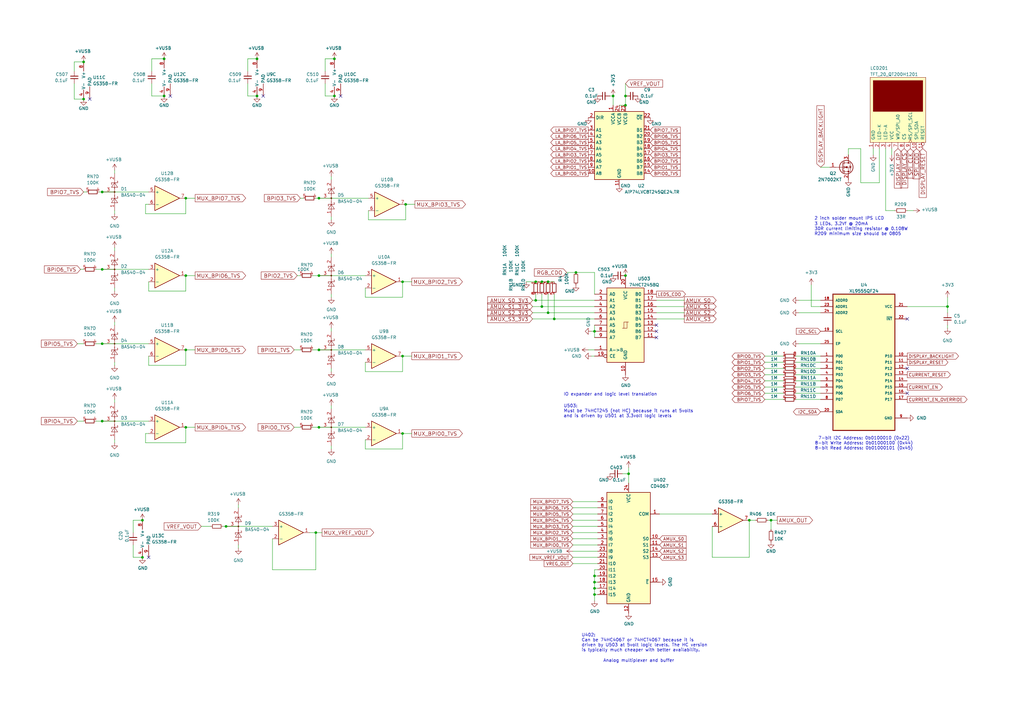
<source format=kicad_sch>
(kicad_sch (version 20250114) (generator "eeschema") (generator_version "9.0")
  (paper "A3")
  (text "7-bit I2C Address: 0b0100010 (0x22)\n8-bit Write Address: 0b01000100 (0x44)\n8-bit Read Address: 0b01000101 (0x45)" (at 354.33 181.864 0) (effects (font (size 1.27 1.27))))
  (text "IO expander and logic level translation" (at 231.14 162.56 0) (effects (font (size 1.27 1.27)) (justify left bottom)))
  (text "Analog multiplexer and buffer" (at 247.396 271.78 0) (effects (font (size 1.27 1.27)) (justify left bottom)))
  (text "U402:\nCan be 74HC4067 or 74HCT4067 because it is \ndriven by U503 at 5volt logic levels. The HC version \nis typically much cheaper with better availability." (at 238.506 267.462 0) (effects (font (size 1.27 1.27)) (justify left bottom)))
  (text "3 LEDs, 3.2Vf @ 20mA\n30R current limiting resistor @ 0.108W\nR209 minimum size should be 0805" (at 334.01 96.774 0) (effects (font (size 1.27 1.27)) (justify left bottom)))
  (text "2 inch solder mount IPS LCD" (at 334.01 90.424 0) (effects (font (size 1.27 1.27)) (justify left bottom)))
  (text "U503:\nMust be 74HCT245 (not HC) because it runs at 5volts\nand is driven by U501 at 3.3volt logic levels" (at 231.14 171.45 0) (effects (font (size 1.27 1.27)) (justify left bottom)))
  (junction (at 243.84 241.3))
  (junction (at 105.41 39.37))
  (junction (at 224.79 115.57))
  (junction (at 243.84 135.89))
  (junction (at 388.62 125.73))
  (junction (at 92.71 215.9))
  (junction (at 76.2 81.28))
  (junction (at 76.2 175.26))
  (junction (at 41.91 172.72))
  (junction (at 219.71 115.57))
  (junction (at 41.91 110.49))
  (junction (at 227.33 130.81))
  (junction (at 41.91 140.97))
  (junction (at 34.29 40.64))
  (junction (at 130.81 81.28))
  (junction (at 58.42 213.36))
  (junction (at 34.29 25.4))
  (junction (at 105.41 24.13))
  (junction (at 130.81 175.26))
  (junction (at 243.84 238.76))
  (junction (at 130.81 143.51))
  (junction (at 166.37 83.82))
  (junction (at 243.84 236.22))
  (junction (at 165.1 177.8))
  (junction (at 236.22 111.76))
  (junction (at 76.2 143.51))
  (junction (at 224.79 128.27))
  (junction (at 257.81 194.31))
  (junction (at 307.34 213.36))
  (junction (at 256.54 39.37))
  (junction (at 222.25 125.73))
  (junction (at 67.31 24.13))
  (junction (at 58.42 228.6))
  (junction (at 130.81 113.03))
  (junction (at 41.91 78.74))
  (junction (at 137.16 24.13))
  (junction (at 243.84 243.84))
  (junction (at 219.71 123.19))
  (junction (at 256.54 43.18))
  (junction (at 222.25 115.57))
  (junction (at 76.2 113.03))
  (junction (at 67.31 39.37))
  (junction (at 316.23 213.36))
  (junction (at 256.54 113.03))
  (junction (at 137.16 39.37))
  (junction (at 129.54 218.44))
  (junction (at 165.1 146.05))
  (junction (at 165.1 115.57))
  (junction (at 251.46 39.37))
  (no_connect (at 36.83 40.64))
  (no_connect (at 372.11 130.81))
  (no_connect (at 139.7 39.37))
  (no_connect (at 60.96 228.6))
  (no_connect (at 372.11 161.29))
  (no_connect (at 269.24 133.35))
  (no_connect (at 269.24 135.89))
  (no_connect (at 69.85 39.37))
  (no_connect (at 372.11 151.13))
  (no_connect (at 107.95 39.37))
  (no_connect (at 269.24 138.43))
  (wire (pts (xy 111.76 233.68) (xy 111.76 220.98)))
  (wire (pts (xy 82.55 215.9) (xy 86.36 215.9)))
  (wire (pts (xy 327.66 123.19) (xy 336.55 123.19)))
  (wire (pts (xy 242.57 146.05) (xy 243.84 146.05)))
  (wire (pts (xy 327.66 128.27) (xy 336.55 128.27)))
  (wire (pts (xy 101.6 24.13) (xy 101.6 29.21)))
  (wire (pts (xy 149.86 184.15) (xy 165.1 184.15)))
  (wire (pts (xy 135.89 134.62) (xy 135.89 135.89)))
  (wire (pts (xy 128.27 175.26) (xy 130.81 175.26)))
  (wire (pts (xy 76.2 81.28) (xy 80.01 81.28)))
  (wire (pts (xy 135.89 152.4) (xy 135.89 151.13)))
  (wire (pts (xy 54.61 213.36) (xy 58.42 213.36)))
  (wire (pts (xy 97.79 207.01) (xy 97.79 208.28)))
  (wire (pts (xy 269.24 125.73) (xy 280.67 125.73)))
  (wire (pts (xy 31.75 140.97) (xy 34.29 140.97)))
  (wire (pts (xy 227.33 130.81) (xy 243.84 130.81)))
  (wire (pts (xy 269.24 130.81) (xy 280.67 130.81)))
  (wire (pts (xy 39.37 172.72) (xy 41.91 172.72)))
  (wire (pts (xy 347.98 60.96) (xy 347.98 63.5)))
  (wire (pts (xy 165.1 121.92) (xy 165.1 115.57)))
  (wire (pts (xy 151.13 86.36) (xy 151.13 90.17)))
  (wire (pts (xy 358.14 60.96) (xy 358.14 63.5)))
  (wire (pts (xy 101.6 34.29) (xy 101.6 39.37)))
  (wire (pts (xy 135.89 72.39) (xy 135.89 73.66)))
  (wire (pts (xy 251.46 39.37) (xy 251.46 43.18)))
  (wire (pts (xy 360.68 60.96) (xy 360.68 74.93)))
  (wire (pts (xy 31.75 172.72) (xy 34.29 172.72)))
  (wire (pts (xy 245.11 233.68) (xy 243.84 233.68)))
  (wire (pts (xy 316.23 217.17) (xy 316.23 213.36)))
  (wire (pts (xy 245.11 241.3) (xy 243.84 241.3)))
  (wire (pts (xy 326.39 158.75) (xy 336.55 158.75)))
  (wire (pts (xy 123.19 81.28) (xy 124.46 81.28)))
  (wire (pts (xy 243.84 120.65) (xy 243.84 111.76)))
  (wire (pts (xy 165.1 115.57) (xy 168.91 115.57)))
  (wire (pts (xy 76.2 181.61) (xy 76.2 175.26)))
  (wire (pts (xy 218.44 123.19) (xy 219.71 123.19)))
  (wire (pts (xy 219.71 120.65) (xy 219.71 123.19)))
  (wire (pts (xy 269.24 128.27) (xy 280.67 128.27)))
  (wire (pts (xy 388.62 134.62) (xy 388.62 133.35)))
  (wire (pts (xy 243.84 241.3) (xy 243.84 243.84)))
  (wire (pts (xy 60.96 115.57) (xy 60.96 119.38)))
  (wire (pts (xy 62.23 39.37) (xy 62.23 34.29)))
  (wire (pts (xy 129.54 218.44) (xy 129.54 233.68)))
  (wire (pts (xy 353.06 74.93) (xy 353.06 60.96)))
  (wire (pts (xy 234.95 205.74) (xy 245.11 205.74)))
  (wire (pts (xy 269.24 123.19) (xy 280.67 123.19)))
  (wire (pts (xy 234.95 208.28) (xy 245.11 208.28)))
  (wire (pts (xy 33.02 110.49) (xy 34.29 110.49)))
  (wire (pts (xy 332.74 125.73) (xy 332.74 116.84)))
  (wire (pts (xy 224.79 120.65) (xy 224.79 128.27)))
  (wire (pts (xy 313.69 163.83) (xy 321.31 163.83)))
  (wire (pts (xy 130.81 143.51) (xy 149.86 143.51)))
  (wire (pts (xy 54.61 228.6) (xy 58.42 228.6)))
  (wire (pts (xy 250.19 39.37) (xy 251.46 39.37)))
  (wire (pts (xy 132.08 218.44) (xy 129.54 218.44)))
  (wire (pts (xy 219.71 115.57) (xy 222.25 115.57)))
  (wire (pts (xy 327.66 140.97) (xy 336.55 140.97)))
  (wire (pts (xy 313.69 148.59) (xy 321.31 148.59)))
  (wire (pts (xy 313.69 161.29) (xy 321.31 161.29)))
  (wire (pts (xy 54.61 218.44) (xy 54.61 213.36)))
  (wire (pts (xy 46.99 87.63) (xy 46.99 86.36)))
  (wire (pts (xy 151.13 90.17) (xy 166.37 90.17)))
  (wire (pts (xy 245.11 236.22) (xy 243.84 236.22)))
  (wire (pts (xy 59.69 83.82) (xy 59.69 87.63)))
  (wire (pts (xy 46.99 181.61) (xy 46.99 180.34)))
  (wire (pts (xy 245.11 243.84) (xy 243.84 243.84)))
  (wire (pts (xy 227.33 120.65) (xy 227.33 130.81)))
  (wire (pts (xy 149.86 180.34) (xy 149.86 184.15)))
  (wire (pts (xy 149.86 118.11) (xy 149.86 121.92)))
  (wire (pts (xy 365.76 60.96) (xy 365.76 63.5)))
  (wire (pts (xy 39.37 140.97) (xy 41.91 140.97)))
  (wire (pts (xy 256.54 39.37) (xy 256.54 43.18)))
  (wire (pts (xy 135.89 104.14) (xy 135.89 105.41)))
  (wire (pts (xy 222.25 120.65) (xy 222.25 125.73)))
  (wire (pts (xy 218.44 125.73) (xy 222.25 125.73)))
  (wire (pts (xy 30.48 40.64) (xy 34.29 40.64)))
  (wire (pts (xy 59.69 181.61) (xy 76.2 181.61)))
  (wire (pts (xy 129.54 81.28) (xy 130.81 81.28)))
  (wire (pts (xy 30.48 34.29) (xy 30.48 40.64)))
  (wire (pts (xy 120.65 143.51) (xy 123.19 143.51)))
  (wire (pts (xy 165.1 177.8) (xy 168.91 177.8)))
  (wire (pts (xy 76.2 119.38) (xy 76.2 113.03)))
  (wire (pts (xy 165.1 146.05) (xy 168.91 146.05)))
  (wire (pts (xy 234.95 231.14) (xy 245.11 231.14)))
  (wire (pts (xy 219.71 123.19) (xy 243.84 123.19)))
  (wire (pts (xy 30.48 29.21) (xy 30.48 25.4)))
  (wire (pts (xy 372.11 86.36) (xy 374.65 86.36)))
  (wire (pts (xy 120.65 175.26) (xy 123.19 175.26)))
  (wire (pts (xy 166.37 90.17) (xy 166.37 83.82)))
  (wire (pts (xy 256.54 34.29) (xy 256.54 39.37)))
  (wire (pts (xy 60.96 149.86) (xy 76.2 149.86)))
  (wire (pts (xy 353.06 60.96) (xy 347.98 60.96)))
  (wire (pts (xy 336.55 125.73) (xy 332.74 125.73)))
  (wire (pts (xy 257.81 191.77) (xy 257.81 194.31)))
  (wire (pts (xy 313.69 151.13) (xy 321.31 151.13)))
  (wire (pts (xy 224.79 128.27) (xy 243.84 128.27)))
  (wire (pts (xy 128.27 113.03) (xy 130.81 113.03)))
  (wire (pts (xy 243.84 238.76) (xy 245.11 238.76)))
  (wire (pts (xy 46.99 119.38) (xy 46.99 118.11)))
  (wire (pts (xy 313.69 153.67) (xy 321.31 153.67)))
  (wire (pts (xy 309.88 213.36) (xy 307.34 213.36)))
  (wire (pts (xy 67.31 39.37) (xy 62.23 39.37)))
  (wire (pts (xy 166.37 83.82) (xy 170.18 83.82)))
  (wire (pts (xy 224.79 115.57) (xy 227.33 115.57)))
  (wire (pts (xy 234.95 228.6) (xy 245.11 228.6)))
  (wire (pts (xy 234.95 210.82) (xy 245.11 210.82)))
  (wire (pts (xy 135.89 121.92) (xy 135.89 120.65)))
  (wire (pts (xy 292.1 215.9) (xy 292.1 228.6)))
  (wire (pts (xy 243.84 238.76) (xy 243.84 241.3)))
  (wire (pts (xy 372.11 125.73) (xy 388.62 125.73)))
  (wire (pts (xy 41.91 78.74) (xy 60.96 78.74)))
  (wire (pts (xy 236.22 111.76) (xy 243.84 111.76)))
  (wire (pts (xy 40.64 78.74) (xy 41.91 78.74)))
  (wire (pts (xy 59.69 177.8) (xy 59.69 181.61)))
  (wire (pts (xy 76.2 113.03) (xy 80.01 113.03)))
  (wire (pts (xy 129.54 218.44) (xy 127 218.44)))
  (wire (pts (xy 307.34 228.6) (xy 307.34 213.36)))
  (wire (pts (xy 218.44 130.81) (xy 227.33 130.81)))
  (wire (pts (xy 97.79 224.79) (xy 97.79 223.52)))
  (wire (pts (xy 243.84 135.89) (xy 243.84 138.43)))
  (wire (pts (xy 241.3 143.51) (xy 243.84 143.51)))
  (wire (pts (xy 243.84 236.22) (xy 243.84 238.76)))
  (wire (pts (xy 360.68 74.93) (xy 353.06 74.93)))
  (wire (pts (xy 59.69 177.8) (xy 60.96 177.8)))
  (wire (pts (xy 130.81 113.03) (xy 149.86 113.03)))
  (wire (pts (xy 130.81 81.28) (xy 151.13 81.28)))
  (wire (pts (xy 76.2 175.26) (xy 80.01 175.26)))
  (wire (pts (xy 76.2 149.86) (xy 76.2 143.51)))
  (wire (pts (xy 60.96 146.05) (xy 60.96 149.86)))
  (wire (pts (xy 149.86 148.59) (xy 149.86 152.4)))
  (wire (pts (xy 128.27 143.51) (xy 130.81 143.51)))
  (wire (pts (xy 313.69 156.21) (xy 321.31 156.21)))
  (wire (pts (xy 135.89 166.37) (xy 135.89 167.64)))
  (wire (pts (xy 62.23 24.13) (xy 67.31 24.13)))
  (wire (pts (xy 59.69 87.63) (xy 76.2 87.63)))
  (wire (pts (xy 149.86 152.4) (xy 165.1 152.4)))
  (wire (pts (xy 165.1 184.15) (xy 165.1 177.8)))
  (wire (pts (xy 326.39 156.21) (xy 336.55 156.21)))
  (wire (pts (xy 215.9 115.57) (xy 219.71 115.57)))
  (wire (pts (xy 39.37 110.49) (xy 41.91 110.49)))
  (wire (pts (xy 30.48 25.4) (xy 34.29 25.4)))
  (wire (pts (xy 336.55 68.58) (xy 340.36 68.58)))
  (wire (pts (xy 234.95 213.36) (xy 245.11 213.36)))
  (wire (pts (xy 121.92 113.03) (xy 123.19 113.03)))
  (wire (pts (xy 165.1 152.4) (xy 165.1 146.05)))
  (wire (pts (xy 54.61 223.52) (xy 54.61 228.6)))
  (wire (pts (xy 129.54 233.68) (xy 111.76 233.68)))
  (wire (pts (xy 326.39 148.59) (xy 336.55 148.59)))
  (wire (pts (xy 388.62 121.92) (xy 388.62 125.73)))
  (wire (pts (xy 314.96 213.36) (xy 316.23 213.36)))
  (wire (pts (xy 41.91 140.97) (xy 60.96 140.97)))
  (wire (pts (xy 46.99 132.08) (xy 46.99 133.35)))
  (wire (pts (xy 316.23 213.36) (xy 318.77 213.36)))
  (wire (pts (xy 60.96 119.38) (xy 76.2 119.38)))
  (wire (pts (xy 92.71 215.9) (xy 111.76 215.9)))
  (wire (pts (xy 101.6 39.37) (xy 105.41 39.37)))
  (wire (pts (xy 222.25 125.73) (xy 243.84 125.73)))
  (wire (pts (xy 254 43.18) (xy 256.54 43.18)))
  (wire (pts (xy 255.27 194.31) (xy 257.81 194.31)))
  (wire (pts (xy 133.35 34.29) (xy 133.35 39.37)))
  (wire (pts (xy 46.99 149.86) (xy 46.99 148.59)))
  (wire (pts (xy 243.84 133.35) (xy 243.84 135.89)))
  (wire (pts (xy 234.95 223.52) (xy 245.11 223.52)))
  (wire (pts (xy 41.91 110.49) (xy 60.96 110.49)))
  (wire (pts (xy 76.2 143.51) (xy 80.01 143.51)))
  (wire (pts (xy 242.57 135.89) (xy 243.84 135.89)))
  (wire (pts (xy 133.35 39.37) (xy 137.16 39.37)))
  (wire (pts (xy 234.95 226.06) (xy 245.11 226.06)))
  (wire (pts (xy 232.41 111.76) (xy 236.22 111.76)))
  (wire (pts (xy 257.81 198.12) (xy 257.81 194.31)))
  (wire (pts (xy 234.95 218.44) (xy 245.11 218.44)))
  (wire (pts (xy 62.23 29.21) (xy 62.23 24.13)))
  (wire (pts (xy 270.51 210.82) (xy 292.1 210.82)))
  (wire (pts (xy 149.86 121.92) (xy 165.1 121.92)))
  (wire (pts (xy 234.95 220.98) (xy 245.11 220.98)))
  (wire (pts (xy 222.25 115.57) (xy 224.79 115.57)))
  (wire (pts (xy 292.1 228.6) (xy 307.34 228.6)))
  (wire (pts (xy 326.39 151.13) (xy 336.55 151.13)))
  (wire (pts (xy 363.22 60.96) (xy 363.22 86.36)))
  (wire (pts (xy 326.39 163.83) (xy 336.55 163.83)))
  (wire (pts (xy 135.89 90.17) (xy 135.89 88.9)))
  (wire (pts (xy 133.35 24.13) (xy 133.35 29.21)))
  (wire (pts (xy 218.44 128.27) (xy 224.79 128.27)))
  (wire (pts (xy 313.69 146.05) (xy 321.31 146.05)))
  (wire (pts (xy 135.89 184.15) (xy 135.89 182.88)))
  (wire (pts (xy 105.41 24.13) (xy 101.6 24.13)))
  (wire (pts (xy 137.16 24.13) (xy 133.35 24.13)))
  (wire (pts (xy 326.39 161.29) (xy 336.55 161.29)))
  (wire (pts (xy 41.91 172.72) (xy 60.96 172.72)))
  (wire (pts (xy 46.99 69.85) (xy 46.99 71.12)))
  (wire (pts (xy 91.44 215.9) (xy 92.71 215.9)))
  (wire (pts (xy 34.29 78.74) (xy 35.56 78.74)))
  (wire (pts (xy 326.39 153.67) (xy 336.55 153.67)))
  (wire (pts (xy 243.84 233.68) (xy 243.84 236.22)))
  (wire (pts (xy 76.2 87.63) (xy 76.2 81.28)))
  (wire (pts (xy 130.81 175.26) (xy 149.86 175.26)))
  (wire (pts (xy 326.39 146.05) (xy 336.55 146.05)))
  (wire (pts (xy 388.62 128.27) (xy 388.62 125.73)))
  (wire (pts (xy 234.95 215.9) (xy 245.11 215.9)))
  (wire (pts (xy 46.99 163.83) (xy 46.99 165.1)))
  (wire (pts (xy 367.03 86.36) (xy 363.22 86.36)))
  (wire (pts (xy 46.99 101.6) (xy 46.99 102.87)))
  (wire (pts (xy 313.69 158.75) (xy 321.31 158.75)))
  (wire (pts (xy 59.69 83.82) (xy 60.96 83.82)))
  (wire (pts (xy 243.84 243.84) (xy 243.84 246.38)))
  (global_label "MUX_VREF_VOUT" (shape input) (at 234.95 228.6 180) (property "Intersheetrefs" "${INTERSHEET_REFS}" (effects (hide yes))))
  (global_label "AMUX_S3" (shape input) (at 270.51 228.6 0) (property "Intersheetrefs" "${INTERSHEET_REFS}" (effects (hide yes))))
  (global_label "BPIO7_TVS" (shape input) (at 266.7 53.34 0) (property "Intersheetrefs" "${INTERSHEET_REFS}" (effects (hide yes))))
  (global_label "AMUX_S3" (shape output) (at 280.67 130.81 0) (effects (font (size 1.524 1.524))) (property "Intersheetrefs" "${INTERSHEET_REFS}" (effects (hide yes))))
  (global_label "CURRENT_RESET" (shape output) (at 372.11 153.67 0) (property "Intersheetrefs" "${INTERSHEET_REFS}" (effects (hide yes))))
  (global_label "AMUX_S2" (shape input) (at 270.51 226.06 0) (property "Intersheetrefs" "${INTERSHEET_REFS}" (effects (hide yes))))
  (global_label "BPIO4_TVS" (shape input) (at 266.7 60.96 0) (property "Intersheetrefs" "${INTERSHEET_REFS}" (effects (hide yes))))
  (global_label "MUX_BPIO5_TVS" (shape input) (at 234.95 210.82 180) (property "Intersheetrefs" "${INTERSHEET_REFS}" (effects (hide yes))))
  (global_label "BPIO4_TVS" (shape bidirectional) (at 313.69 156.21 180) (property "Intersheetrefs" "${INTERSHEET_REFS}" (effects (hide yes))))
  (global_label "BPIO0_TVS" (shape input) (at 120.65 175.26 180) (effects (font (size 1.524 1.524))) (property "Intersheetrefs" "${INTERSHEET_REFS}" (effects (hide yes))))
  (global_label "BPIO1_TVS" (shape input) (at 120.65 143.51 180) (effects (font (size 1.524 1.524))) (property "Intersheetrefs" "${INTERSHEET_REFS}" (effects (hide yes))))
  (global_label "MUX_VREF_VOUT" (shape output) (at 132.08 218.44 0) (effects (font (size 1.524 1.524))) (property "Intersheetrefs" "${INTERSHEET_REFS}" (effects (hide yes))))
  (global_label "VREF_VOUT" (shape input) (at 256.54 34.29 0) (effects (font (size 1.524 1.524))) (property "Intersheetrefs" "${INTERSHEET_REFS}" (effects (hide yes))))
  (global_label "MUX_BPIO4_TVS" (shape input) (at 234.95 213.36 180) (property "Intersheetrefs" "${INTERSHEET_REFS}" (effects (hide yes))))
  (global_label "LA_BPIO0_TVS" (shape output) (at 241.3 71.12 180) (property "Intersheetrefs" "${INTERSHEET_REFS}" (effects (hide yes))))
  (global_label "LEDS_CDO" (shape output) (at 269.24 120.65 0) (property "Intersheetrefs" "${INTERSHEET_REFS}" (effects (hide yes))))
  (global_label "MUX_BPIO4_TVS" (shape output) (at 80.01 175.26 0) (effects (font (size 1.524 1.524))) (property "Intersheetrefs" "${INTERSHEET_REFS}" (effects (hide yes))))
  (global_label "MUX_BPIO3_TVS" (shape output) (at 170.18 83.82 0) (effects (font (size 1.524 1.524))) (property "Intersheetrefs" "${INTERSHEET_REFS}" (effects (hide yes))))
  (global_label "VREG_OUT" (shape input) (at 234.95 231.14 180) (property "Intersheetrefs" "${INTERSHEET_REFS}" (effects (hide yes))))
  (global_label "MUX_BPIO2_TVS" (shape output) (at 168.91 115.57 0) (effects (font (size 1.524 1.524))) (property "Intersheetrefs" "${INTERSHEET_REFS}" (effects (hide yes))))
  (global_label "MUX_BPIO2_TVS" (shape input) (at 234.95 218.44 180) (property "Intersheetrefs" "${INTERSHEET_REFS}" (effects (hide yes))))
  (global_label "BPIO1_TVS" (shape input) (at 266.7 68.58 0) (property "Intersheetrefs" "${INTERSHEET_REFS}" (effects (hide yes))))
  (global_label "BPIO2_TVS" (shape input) (at 121.92 113.03 180) (effects (font (size 1.524 1.524))) (property "Intersheetrefs" "${INTERSHEET_REFS}" (effects (hide yes))))
  (global_label "MUX_BPIO6_TVS" (shape output) (at 80.01 113.03 0) (effects (font (size 1.524 1.524))) (property "Intersheetrefs" "${INTERSHEET_REFS}" (effects (hide yes))))
  (global_label "DISPLAY_BACKLIGHT" (shape input) (at 336.55 68.58 90) (effects (font (size 1.524 1.524))) (property "Intersheetrefs" "${INTERSHEET_REFS}" (effects (hide yes))))
  (global_label "BPIO6_TVS" (shape bidirectional) (at 313.69 161.29 180) (property "Intersheetrefs" "${INTERSHEET_REFS}" (effects (hide yes))))
  (global_label "BPIO7_TVS" (shape bidirectional) (at 313.69 163.83 180) (property "Intersheetrefs" "${INTERSHEET_REFS}" (effects (hide yes))))
  (global_label "BPIO3_TVS" (shape input) (at 123.19 81.28 180) (effects (font (size 1.524 1.524))) (property "Intersheetrefs" "${INTERSHEET_REFS}" (effects (hide yes))))
  (global_label "SPI_CDO" (shape input) (at 375.92 60.96 270) (effects (font (size 1.524 1.524))) (property "Intersheetrefs" "${INTERSHEET_REFS}" (effects (hide yes))))
  (global_label "LA_BPIO6_TVS" (shape output) (at 241.3 55.88 180) (property "Intersheetrefs" "${INTERSHEET_REFS}" (effects (hide yes))))
  (global_label "MUX_BPIO3_TVS" (shape input) (at 234.95 215.9 180) (property "Intersheetrefs" "${INTERSHEET_REFS}" (effects (hide yes))))
  (global_label "MUX_BPIO7_TVS" (shape output) (at 80.01 81.28 0) (effects (font (size 1.524 1.524))) (property "Intersheetrefs" "${INTERSHEET_REFS}" (effects (hide yes))))
  (global_label "BPIO6_TVS" (shape input) (at 33.02 110.49 180) (effects (font (size 1.524 1.524))) (property "Intersheetrefs" "${INTERSHEET_REFS}" (effects (hide yes))))
  (global_label "DISPLAY_RESET" (shape output) (at 372.11 148.59 0) (property "Intersheetrefs" "${INTERSHEET_REFS}" (effects (hide yes))))
  (global_label "VREF_VOUT" (shape input) (at 82.55 215.9 180) (effects (font (size 1.524 1.524))) (property "Intersheetrefs" "${INTERSHEET_REFS}" (effects (hide yes))))
  (global_label "LA_BPIO1_TVS" (shape output) (at 241.3 68.58 180) (property "Intersheetrefs" "${INTERSHEET_REFS}" (effects (hide yes))))
  (global_label "MUX_BPIO0_TVS" (shape input) (at 234.95 223.52 180) (property "Intersheetrefs" "${INTERSHEET_REFS}" (effects (hide yes))))
  (global_label "AMUX_OUT" (shape output) (at 318.77 213.36 0) (effects (font (size 1.524 1.524))) (property "Intersheetrefs" "${INTERSHEET_REFS}" (effects (hide yes))))
  (global_label "MUX_BPIO0_TVS" (shape output) (at 168.91 177.8 0) (effects (font (size 1.524 1.524))) (property "Intersheetrefs" "${INTERSHEET_REFS}" (effects (hide yes))))
  (global_label "BPIO5_TVS" (shape input) (at 31.75 140.97 180) (effects (font (size 1.524 1.524))) (property "Intersheetrefs" "${INTERSHEET_REFS}" (effects (hide yes))))
  (global_label "RGB_CDO" (shape input) (at 232.41 111.76 180) (effects (font (size 1.524 1.524))) (property "Intersheetrefs" "${INTERSHEET_REFS}" (effects (hide yes))))
  (global_label "DISPLAY_RESET" (shape input) (at 378.46 60.96 270) (effects (font (size 1.524 1.524))) (property "Intersheetrefs" "${INTERSHEET_REFS}" (effects (hide yes))))
  (global_label "BPIO7_TVS" (shape input) (at 34.29 78.74 180) (effects (font (size 1.524 1.524))) (property "Intersheetrefs" "${INTERSHEET_REFS}" (effects (hide yes))))
  (global_label "SPI_CLK" (shape input) (at 373.38 60.96 270) (effects (font (size 1.524 1.524))) (property "Intersheetrefs" "${INTERSHEET_REFS}" (effects (hide yes))))
  (global_label "MUX_BPIO6_TVS" (shape input) (at 234.95 208.28 180) (property "Intersheetrefs" "${INTERSHEET_REFS}" (effects (hide yes))))
  (global_label "AMUX_S0_3V3" (shape input) (at 218.44 123.19 180) (effects (font (size 1.524 1.524))) (property "Intersheetrefs" "${INTERSHEET_REFS}" (effects (hide yes))))
  (global_label "LA_BPIO7_TVS" (shape output) (at 241.3 53.34 180) (property "Intersheetrefs" "${INTERSHEET_REFS}" (effects (hide yes))))
  (global_label "I2C_SDA" (shape bidirectional) (at 336.55 168.91 180) (property "Intersheetrefs" "${INTERSHEET_REFS}" (effects (hide yes))))
  (global_label "AMUX_S1_3V3" (shape input) (at 218.44 125.73 180) (effects (font (size 1.524 1.524))) (property "Intersheetrefs" "${INTERSHEET_REFS}" (effects (hide yes))))
  (global_label "BPIO5_TVS" (shape input) (at 266.7 58.42 0) (property "Intersheetrefs" "${INTERSHEET_REFS}" (effects (hide yes))))
  (global_label "LA_BPIO5_TVS" (shape output) (at 241.3 58.42 180) (property "Intersheetrefs" "${INTERSHEET_REFS}" (effects (hide yes))))
  (global_label "CURRENT_EN_OVERRIDE" (shape output) (at 372.11 163.83 0) (property "Intersheetrefs" "${INTERSHEET_REFS}" (effects (hide yes))))
  (global_label "BPIO2_TVS" (shape bidirectional) (at 313.69 151.13 180) (property "Intersheetrefs" "${INTERSHEET_REFS}" (effects (hide yes))))
  (global_label "MUX_BPIO7_TVS" (shape input) (at 234.95 205.74 180) (property "Intersheetrefs" "${INTERSHEET_REFS}" (effects (hide yes))))
  (global_label "BPIO1_TVS" (shape bidirectional) (at 313.69 148.59 180) (property "Intersheetrefs" "${INTERSHEET_REFS}" (effects (hide yes))))
  (global_label "DISPLAY_BACKLIGHT" (shape output) (at 372.11 146.05 0) (property "Intersheetrefs" "${INTERSHEET_REFS}" (effects (hide yes))))
  (global_label "LA_BPIO2_TVS" (shape output) (at 241.3 66.04 180) (property "Intersheetrefs" "${INTERSHEET_REFS}" (effects (hide yes))))
  (global_label "DISPLAY_DP" (shape input) (at 368.3 60.96 270) (effects (font (size 1.524 1.524))) (property "Intersheetrefs" "${INTERSHEET_REFS}" (effects (hide yes))))
  (global_label "AMUX_S0" (shape input) (at 270.51 220.98 0) (property "Intersheetrefs" "${INTERSHEET_REFS}" (effects (hide yes))))
  (global_label "BPIO3_TVS" (shape bidirectional) (at 313.69 153.67 180) (property "Intersheetrefs" "${INTERSHEET_REFS}" (effects (hide yes))))
  (global_label "AMUX_S1" (shape output) (at 280.67 125.73 0) (effects (font (size 1.524 1.524))) (property "Intersheetrefs" "${INTERSHEET_REFS}" (effects (hide yes))))
  (global_label "MUX_BPIO1_TVS" (shape input) (at 234.95 220.98 180) (property "Intersheetrefs" "${INTERSHEET_REFS}" (effects (hide yes))))
  (global_label "CURRENT_EN" (shape output) (at 372.11 158.75 0) (property "Intersheetrefs" "${INTERSHEET_REFS}" (effects (hide yes))))
  (global_label "BPIO5_TVS" (shape bidirectional) (at 313.69 158.75 180) (property "Intersheetrefs" "${INTERSHEET_REFS}" (effects (hide yes))))
  (global_label "AMUX_S2_3V3" (shape input) (at 218.44 128.27 180) (effects (font (size 1.524 1.524))) (property "Intersheetrefs" "${INTERSHEET_REFS}" (effects (hide yes))))
  (global_label "LA_BPIO3_TVS" (shape output) (at 241.3 63.5 180) (property "Intersheetrefs" "${INTERSHEET_REFS}" (effects (hide yes))))
  (global_label "BPIO6_TVS" (shape input) (at 266.7 55.88 0) (property "Intersheetrefs" "${INTERSHEET_REFS}" (effects (hide yes))))
  (global_label "BPIO0_TVS" (shape input) (at 266.7 71.12 0) (property "Intersheetrefs" "${INTERSHEET_REFS}" (effects (hide yes))))
  (global_label "AMUX_S2" (shape output) (at 280.67 128.27 0) (effects (font (size 1.524 1.524))) (property "Intersheetrefs" "${INTERSHEET_REFS}" (effects (hide yes))))
  (global_label "BPIO3_TVS" (shape input) (at 266.7 63.5 0) (property "Intersheetrefs" "${INTERSHEET_REFS}" (effects (hide yes))))
  (global_label "MUX_BPIO5_TVS" (shape output) (at 80.01 143.51 0) (effects (font (size 1.524 1.524))) (property "Intersheetrefs" "${INTERSHEET_REFS}" (effects (hide yes))))
  (global_label "AMUX_S0" (shape output) (at 280.67 123.19 0) (effects (font (size 1.524 1.524))) (property "Intersheetrefs" "${INTERSHEET_REFS}" (effects (hide yes))))
  (global_label "DISPLAY_CS" (shape input) (at 370.84 60.96 270) (effects (font (size 1.524 1.524))) (property "Intersheetrefs" "${INTERSHEET_REFS}" (effects (hide yes))))
  (global_label "MUX_BPIO1_TVS" (shape output) (at 168.91 146.05 0) (effects (font (size 1.524 1.524))) (property "Intersheetrefs" "${INTERSHEET_REFS}" (effects (hide yes))))
  (global_label "AMUX_S1" (shape input) (at 270.51 223.52 0) (property "Intersheetrefs" "${INTERSHEET_REFS}" (effects (hide yes))))
  (global_label "AMUX_S3_3V3" (shape input) (at 218.44 130.81 180) (effects (font (size 1.524 1.524))) (property "Intersheetrefs" "${INTERSHEET_REFS}" (effects (hide yes))))
  (global_label "BPIO0_TVS" (shape bidirectional) (at 313.69 146.05 180) (property "Intersheetrefs" "${INTERSHEET_REFS}" (effects (hide yes))))
  (global_label "LA_BPIO4_TVS" (shape output) (at 241.3 60.96 180) (property "Intersheetrefs" "${INTERSHEET_REFS}" (effects (hide yes))))
  (global_label "BPIO4_TVS" (shape input) (at 31.75 172.72 180) (effects (font (size 1.524 1.524))) (property "Intersheetrefs" "${INTERSHEET_REFS}" (effects (hide yes))))
  (global_label "BPIO2_TVS" (shape input) (at 266.7 66.04 0) (property "Intersheetrefs" "${INTERSHEET_REFS}" (effects (hide yes))))
  (global_label "I2C_SCL" (shape input) (at 336.55 135.89 180) (property "Intersheetrefs" "${INTERSHEET_REFS}" (effects (hide yes))))
  (symbol (lib_id "Device:R_Small") (at 312.42 213.36 90) (unit 1)
    (property "Reference" "R406" (at 309.88 210.82 90))
    (property "Value" "10K" (at 316.23 210.82 90))
    (property "Footprint" "Resistor_SMD:R_0402_1005Metric" (effects (hide yes)))
    (property "RMB" "0.004864" (effects (hide yes)))
    (property "Supplier" "https://item.szlcsc.com/61542.html" (effects (hide yes)))
    (property "szlcsc_partnumber" "C25744" (effects (hide yes)))
    (property "szlcsc_url" "https://item.szlcsc.com/26487.html?fromZone=s_s__%252210K%25200402%2522&spm=sc.gb.xh1.zy.n___sc.gb.hd.ss&lcsc_vid=RlENUlJWE1QKBlBWRAVaUFNTT1leBQZXRFNcVAVQQVAxVlNSRFRcV1ZTQFNZVDsOAxUeFF5JWAgaAglIBBsCBBcFWQIBCks%3D" (effects (hide yes)))
  )
  (symbol (lib_id "power:GND") (at 257.81 251.46 0) (unit 1)
    (property "Reference" "#PWR0409" (effects (hide yes)))
    (property "Value" "GND" (at 257.937 255.8542 0))
  )
  (symbol (lib_id "Device:C_Small") (at 252.73 194.31 90) (unit 1)
    (property "Reference" "C403" (at 252.73 191.77 90))
    (property "Value" "0.1uF" (at 254 196.85 90))
    (property "Footprint" "Capacitor_SMD:C_0402_1005Metric" (effects (hide yes)))
    (property "RMB" "0.00628" (effects (hide yes)))
    (property "Supplier" "https://item.szlcsc.com/1877.html" (effects (hide yes)))
    (property "szlcsc_partnumber" "C1525" (effects (hide yes)))
    (property "szlcsc_url" "https://item.szlcsc.com/1877.html?fromZone=s_s__%25220.1uF%25200402%2522&spm=sc.gb.xh2.zy.n&lcsc_vid=RlENUlJWE1QKBlBWRAVaUFNTT1leBQZXRFNcVAVQQVAxVlNSRFRfXlBUQ1ZeVzsOAxUeFF5JWAgaAglIBBsCBBcFWQIBCks%3D" (effects (hide yes)))
  )
  (symbol (lib_id "power:GND") (at 250.19 194.31 0) (unit 1)
    (property "Reference" "#PWR0407" (effects (hide yes)))
    (property "Value" "GND" (at 247.65 196.85 0))
  )
  (symbol (lib_id "74xx:CD74HC4067M") (at 257.81 223.52 0) (mirror y) (unit 1)
    (property "Reference" "U402" (at 270.51 196.85 0))
    (property "Value" "CD4067" (at 270.51 199.39 0))
    (property "Footprint" "Package_SO:TSSOP-24_4.4x7.8mm_P0.65mm" (effects (hide yes)))
    (property "Datasheet" "http://www.ti.com/lit/ds/symlink/cd74hc4067.pdf" (effects (hide yes)))
    (property "Supplier" "https://eu.mouser.com/ProductDetail/Nexperia/74HCT4067PW118" (effects (hide yes)))
    (property "USD" "0.762" (effects (hide yes)))
  )
  (symbol (lib_id "dp-power:+VUSB") (at 257.81 191.77 0) (unit 1)
    (property "Reference" "#PWR0408" (effects (hide yes)))
    (property "Value" "+VUSB" (at 257.429 187.3758 0))
  )
  (symbol (lib_id "Device:R_Small") (at 316.23 219.71 180) (unit 1)
    (property "Reference" "R407" (at 317.5 218.44 0) (effects (justify right)))
    (property "Value" "10K" (at 317.5 220.98 0) (effects (justify right)))
    (property "Footprint" "Resistor_SMD:R_0402_1005Metric" (effects (hide yes)))
    (property "RMB" "0.004864" (effects (hide yes)))
    (property "Supplier" "https://item.szlcsc.com/61542.html" (effects (hide yes)))
    (property "szlcsc_partnumber" "C25744" (effects (hide yes)))
    (property "szlcsc_url" "https://item.szlcsc.com/26487.html?fromZone=s_s__%252210K%25200402%2522&spm=sc.gb.xh1.zy.n___sc.gb.hd.ss&lcsc_vid=RlENUlJWE1QKBlBWRAVaUFNTT1leBQZXRFNcVAVQQVAxVlNSRFRcV1ZTQFNZVDsOAxUeFF5JWAgaAglIBBsCBBcFWQIBCks%3D" (effects (hide yes)))
  )
  (symbol (lib_id "power:GND") (at 316.23 222.25 0) (unit 1)
    (property "Reference" "#PWR0420" (effects (hide yes)))
    (property "Value" "GND" (at 316.23 226.06 0))
  )
  (symbol (lib_id "power:GND") (at 358.14 63.5 0) (unit 1)
    (property "Reference" "#PWR0212" (effects (hide yes)))
    (property "Value" "GND" (at 358.14 68.58 90))
  )
  (symbol (lib_id "Device:R_Small") (at 369.57 86.36 270) (unit 1)
    (property "Reference" "R209" (at 369.316 83.82 90))
    (property "Value" "33R" (at 369.57 88.9 90))
    (property "Footprint" "Resistor_SMD:R_0805_2012Metric" (effects (hide yes)))
    (property "RMB" "0.019315" (effects (hide yes)))
    (property "Supplier" "https://item.szlcsc.com/139271.html" (effects (hide yes)))
    (property "szlcsc_partnumber" "C17634" (effects (hide yes)))
    (property "szlcsc_url" "https://item.szlcsc.com/18322.html?fromZone=s_s__%252233R%25200805%2522&spm=sc.gb.xh1.zy.n___sc.gb.hd.ss&lcsc_vid=RlENUlJWE1QKBlBWRAVaUFNTT1leBQZXRFNcVAVQQVAxVlNSRFRcV1ZTQFNZVDsOAxUeFF5JWAgaAglIBBsCBBcFWQIBCks%3D" (effects (hide yes)))
  )
  (symbol (lib_id "power:GND") (at 347.98 73.66 0) (unit 1)
    (property "Reference" "#PWR0211" (effects (hide yes)))
    (property "Value" "GND" (at 347.98 78.74 90))
  )
  (symbol (lib_id "power:+3V3") (at 365.76 63.5 180) (unit 1)
    (property "Reference" "#PWR0214" (effects (hide yes)))
    (property "Value" "+3V3" (at 365.76 69.85 90))
  )
  (symbol (lib_id "dp-power:+VUSB") (at 374.65 86.36 270) (unit 1)
    (property "Reference" "#PWR0213" (effects (hide yes)))
    (property "Value" "+VUSB" (at 377.8758 85.979 90) (effects (justify left)))
  )
  (symbol (lib_id "dp-power:+VUSB") (at 234.95 226.06 90) (unit 1)
    (property "Reference" "#PWR0406" (effects (hide yes)))
    (property "Value" "+VUSB" (at 227.33 226.06 90))
  )
  (symbol (lib_id "power:GND") (at 256.54 153.67 0) (unit 1)
    (property "Reference" "#PWR0512" (effects (hide yes)))
    (property "Value" "GND" (at 256.667 158.0642 0))
  )
  (symbol (lib_id "74xx:74HC245") (at 256.54 133.35 0) (unit 1)
    (property "Reference" "U503" (at 264.16 114.3 0))
    (property "Value" "74HCT245BQ" (at 264.16 116.84 0))
    (property "Footprint" "Package_DFN_QFN:DHVQFN-20-1EP_2.5x4.5mm_P0.5mm_EP1x3mm" (effects (hide yes)))
    (property "Datasheet" "http://www.ti.com/lit/gpn/sn74HC245" (effects (hide yes)))
  )
  (symbol (lib_id "dp-power:+VUSB") (at 256.54 113.03 0) (unit 1)
    (property "Reference" "#PWR0511" (effects (hide yes)))
    (property "Value" "+VUSB" (at 254 109.22 0))
  )
  (symbol (lib_id "Device:C_Small") (at 254 113.03 90) (unit 1)
    (property "Reference" "C503" (at 247.65 110.49 90))
    (property "Value" "0.1uF" (at 248.92 113.03 90))
    (property "Footprint" "Capacitor_SMD:C_0402_1005Metric" (effects (hide yes)))
    (property "RMB" "0.00628" (effects (hide yes)))
    (property "Supplier" "https://item.szlcsc.com/1877.html" (effects (hide yes)))
    (property "szlcsc_partnumber" "C1525" (effects (hide yes)))
    (property "szlcsc_url" "https://item.szlcsc.com/1877.html?fromZone=s_s__%25220.1uF%25200402%2522&spm=sc.gb.xh2.zy.n&lcsc_vid=RlENUlJWE1QKBlBWRAVaUFNTT1leBQZXRFNcVAVQQVAxVlNSRFRfXlBUQ1ZeVzsOAxUeFF5JWAgaAglIBBsCBBcFWQIBCks%3D" (effects (hide yes)))
  )
  (symbol (lib_id "power:GND") (at 251.46 113.03 0) (unit 1)
    (property "Reference" "#PWR0510" (effects (hide yes)))
    (property "Value" "GND" (at 248.92 115.57 0))
  )
  (symbol (lib_id "dp-power:+VUSB") (at 241.3 143.51 90) (unit 1)
    (property "Reference" "#PWR0509" (effects (hide yes)))
    (property "Value" "+VUSB" (at 234.442 143.51 90))
  )
  (symbol (lib_id "power:GND") (at 242.57 135.89 270) (unit 1)
    (property "Reference" "#PWR0108" (effects (hide yes)))
    (property "Value" "GND" (at 241.3 132.08 0))
  )
  (symbol (lib_id "dp-lcd:TFT_20_QT200H1201") (at 368.3 39.37 0) (unit 1)
    (property "Reference" "LCD201" (at 356.87 27.94 0) (effects (justify left)))
    (property "Value" "TFT_20_QT200H1201" (at 356.87 30.48 0) (effects (justify left)))
    (property "Footprint" "dp-lcd:TFT_20_QT200H1201" (effects (hide yes)))
  )
  (symbol (lib_id "power:GND") (at 243.84 246.38 0) (unit 1)
    (property "Reference" "#PWR0131" (effects (hide yes)))
    (property "Value" "GND" (at 243.967 250.7742 0))
  )
  (symbol (lib_id "Device:C_Small") (at 62.23 31.75 180) (unit 1)
    (property "Reference" "C508" (at 59.69 30.4735 0) (effects (justify left)))
    (property "Value" "0.1uF" (at 59.69 33.0135 0) (effects (justify left)))
    (property "Footprint" "Capacitor_SMD:C_0402_1005Metric" (effects (hide yes)))
    (property "RMB" "0.00628" (effects (hide yes)))
    (property "Supplier" "https://item.szlcsc.com/1877.html" (effects (hide yes)))
    (property "szlcsc_partnumber" "C1525" (effects (hide yes)))
    (property "szlcsc_url" "https://item.szlcsc.com/1877.html?fromZone=s_s__%25220.1uF%25200402%2522&spm=sc.gb.xh2.zy.n&lcsc_vid=RlENUlJWE1QKBlBWRAVaUFNTT1leBQZXRFNcVAVQQVAxVlNSRFRfXlBUQ1ZeVzsOAxUeFF5JWAgaAglIBBsCBBcFWQIBCks%3D" (effects (hide yes)))
  )
  (symbol (lib_id "power:+3V3") (at 388.62 121.92 0) (unit 1)
    (property "Reference" "#PWR047" (effects (hide yes)))
    (property "Value" "+3V3" (at 388.62 116.84 0))
  )
  (symbol (lib_id "power:GND") (at 327.66 128.27 270) (unit 1)
    (property "Reference" "#PWR048" (effects (hide yes)))
    (property "Value" "GND" (at 323.85 128.2699 90) (effects (justify right)))
  )
  (symbol (lib_id "dp-rarray:R_Array") (at 125.73 175.26 270) (unit 4)
    (property "Reference" "RN318" (at 125.73 168.91 90))
    (property "Value" "100K" (at 125.73 171.45 90))
    (property "Footprint" "Resistor_SMD:R_Array_Convex_4x0402" (effects (hide yes)))
    (property "Datasheet" "http://www.vishay.com/docs/31509/csc.pdf" (effects (hide yes)))
    (property "RMB" "0.034572" (effects (hide yes)))
    (property "Supplier" "https://item.szlcsc.com/45893.html" (effects (hide yes)))
    (property "szlcsc_partnumber" "C25724" (effects (hide yes)))
    (property "szlcsc_url" "https://item.szlcsc.com/26467.html?fromZone=s_s__%2522100K%25200402x4%2522&spm=sc.gb.xh1.zy.n___sc.gb.hd.ss&lcsc_vid=RlENUlJWE1QKBlBWRAVaUFNTT1leBQZXRFNcVAVQQVAxVlNSRFRcV1ZTQFNZVDsOAxUeFF5JWAgaAglIBBsCBBcFWQIBCks%3D" (effects (hide yes)))
    (instances (project "REV0" (path "" (reference "RN?") (unit 4)) (path "" (reference "RN318") (unit 4))))
  )
  (symbol (lib_id "power:GND") (at 97.79 224.79 0) (unit 1)
    (property "Reference" "#PWR089" (effects (hide yes)))
    (property "Value" "GND" (at 97.79 229.87 0))
  )
  (symbol (lib_id "power:GND") (at 34.29 40.64 0) (unit 1)
    (property "Reference" "#PWR070" (effects (hide yes)))
    (property "Value" "GND" (at 34.29 44.45 0))
  )
  (symbol (lib_id "power:GND") (at 270.51 238.76 90) (unit 1)
    (property "Reference" "#PWR034" (effects (hide yes)))
    (property "Value" "GND" (at 274.9042 238.633 0))
  )
  (symbol (lib_id "Diode:BAS40-04") (at 95.25 215.9 270) (mirror x) (unit 1)
    (property "Reference" "D9" (at 100.33 214.6299 90) (effects (justify left)))
    (property "Value" "BAS40-04" (at 100.33 217.1699 90) (effects (justify left)))
    (property "Footprint" "library:SOT-523" (effects (hide yes)))
    (property "Datasheet" "http://www.vishay.com/docs/85701/bas40v.pdf" (effects (hide yes)))
    (property "Description" "40V 0.2A Dual Small Signal Schottky Diodes" (effects (hide yes)))
    (property "szlcsc_partnumber" "C21714097" (effects (hide yes)))
    (property "szlcsc_url" "https://item.szlcsc.com/23141008.html?fromZone=s_s__%2522BAS40-04%25200402%2522&spm=sc.gb.xh2.zy.n___sc.gb.hd.ss&lcsc_vid=RlENUlJWE1QKBlBWRAVaUFNTT1leBQZXRFNcVAVQQVAxVlNSRFRfXlBUQ1ZeVzsOAxUeFF5JWAgaAglIBBsCBBcFWQIBCks%3D" (effects (hide yes)))
  )
  (symbol (lib_id "power:GND") (at 372.11 171.45 90) (unit 1)
    (property "Reference" "#PWR045" (effects (hide yes)))
    (property "Value" "GND" (at 375.92 171.4499 90) (effects (justify right)))
  )
  (symbol (lib_id "power:GND") (at 241.3 48.26 0) (unit 1)
    (property "Reference" "#PWR023" (effects (hide yes)))
    (property "Value" "GND" (at 238.76 50.8 0))
  )
  (symbol (lib_id "Transistor_FET:BSS138") (at 345.44 68.58 0) (unit 1)
    (property "Reference" "Q2" (at 341.63 71.12 0))
    (property "Value" "2N7002KT" (at 340.36 73.66 0))
    (property "Footprint" "library:SOT-523" (effects (hide yes)))
    (property "Datasheet" "https://www.onsemi.com/download/data-sheet/pdf/2n7002t-d.pdf" (effects (hide yes)))
    (property "RMB" "0.140017" (effects (hide yes)))
    (property "Supplier" "https://item.szlcsc.com/544697.html" (effects (hide yes)))
    (property "MANUFACTURER" "CBI" (effects (hide yes)))
    (property "szlcsc_partnumber" "C2840287" (effects (hide yes)))
    (property "szlcsc_url" "https://item.szlcsc.com/3018646.html?fromZone=s_s__%25222N7002KT%2522&spm=sc.gb.xh1.zy.n___sc.gb.hd.ss&lcsc_vid=RlENUlJWE1QKBlBWRAVaUFNTT1leBQZXRFNcVAVQQVAxVlNSRVhfXlFQRFVfUzsOAxUeFF5JWAgaAglIBBsCBBcFWQIBCks%3D" (effects (hide yes)))
  )
  (symbol (lib_id "dp-rarray:R_Array") (at 323.85 161.29 90) (mirror x) (unit 3)
    (property "Reference" "RN11" (at 331.47 160.02 90))
    (property "Value" "1M" (at 317.5 160.02 90))
    (property "Footprint" "Resistor_SMD:R_Array_Convex_4x0402" (effects (hide yes)))
    (property "Datasheet" "http://www.vishay.com/docs/31509/csc.pdf" (effects (hide yes)))
    (property "RMB" "0.033552" (effects (hide yes)))
    (property "Supplier" "https://item.szlcsc.com/26241.html" (effects (hide yes)))
    (property "szlcsc_partnumber" "C425315" (effects (hide yes)))
    (property "szlcsc_url" "https://item.szlcsc.com/418939.html?fromZone=s_s__%25221M%25200402x4%2522&spm=sc.gb.xh1.zy.n___sc.gb.hd.ss&lcsc_vid=RlENUlJWE1QKBlBWRAVaUFNTT1leBQZXRFNcVAVQQVAxVlNSRFRcV1ZTQFNZVDsOAxUeFF5JWAgaAglIBBsCBBcFWQIBCks%3D" (effects (hide yes)))
  )
  (symbol (lib_id "Device:C_Small") (at 54.61 220.98 180) (unit 1)
    (property "Reference" "C20" (at 49.53 219.71 90))
    (property "Value" "0.1uF" (at 52.07 219.71 90))
    (property "Footprint" "Capacitor_SMD:C_0402_1005Metric" (effects (hide yes)))
    (property "RMB" "0.00628" (effects (hide yes)))
    (property "Supplier" "https://item.szlcsc.com/1877.html" (effects (hide yes)))
    (property "szlcsc_partnumber" "C1525" (effects (hide yes)))
    (property "szlcsc_url" "https://item.szlcsc.com/1877.html?fromZone=s_s__%25220.1uF%25200402%2522&spm=sc.gb.xh2.zy.n&lcsc_vid=RlENUlJWE1QKBlBWRAVaUFNTT1leBQZXRFNcVAVQQVAxVlNSRFRfXlBUQ1ZeVzsOAxUeFF5JWAgaAglIBBsCBBcFWQIBCks%3D" (effects (hide yes)))
  )
  (symbol (lib_id "dp-power:+VUSB") (at 34.29 25.4 0) (unit 1)
    (property "Reference" "#PWR010" (effects (hide yes)))
    (property "Value" "+VUSB" (at 33.909 21.0058 0))
  )
  (symbol (lib_id "dp-power:+VUSB") (at 97.79 207.01 0) (unit 1)
    (property "Reference" "#PWR088" (effects (hide yes)))
    (property "Value" "+VUSB" (at 97.409 202.6158 0))
  )
  (symbol (lib_id "power:GND") (at 327.66 140.97 270) (unit 1)
    (property "Reference" "#PWR065" (effects (hide yes)))
    (property "Value" "GND" (at 323.85 140.9699 90) (effects (justify right)))
  )
  (symbol (lib_id "dp-power:+VUSB") (at 46.99 101.6 0) (unit 1)
    (property "Reference" "#PWR04" (effects (hide yes)))
    (property "Value" "+VUSB" (at 46.609 97.2058 0))
  )
  (symbol (lib_id "Diode:BAS40-04") (at 44.45 172.72 270) (mirror x) (unit 1)
    (property "Reference" "D3" (at 49.53 171.4499 90) (effects (justify left)))
    (property "Value" "BAS40-04" (at 49.53 173.9899 90) (effects (justify left)))
    (property "Footprint" "library:SOT-523" (effects (hide yes)))
    (property "Datasheet" "http://www.vishay.com/docs/85701/bas40v.pdf" (effects (hide yes)))
    (property "Description" "40V 0.2A Dual Small Signal Schottky Diodes" (effects (hide yes)))
    (property "szlcsc_partnumber" "C21714097" (effects (hide yes)))
    (property "szlcsc_url" "https://item.szlcsc.com/23141008.html?fromZone=s_s__%2522BAS40-04%25200402%2522&spm=sc.gb.xh2.zy.n___sc.gb.hd.ss&lcsc_vid=RlENUlJWE1QKBlBWRAVaUFNTT1leBQZXRFNcVAVQQVAxVlNSRFRfXlBUQ1ZeVzsOAxUeFF5JWAgaAglIBBsCBBcFWQIBCks%3D" (effects (hide yes)))
  )
  (symbol (lib_id "dp-power:+VUSB") (at 67.31 24.13 0) (unit 1)
    (property "Reference" "#PWR09" (effects (hide yes)))
    (property "Value" "+VUSB" (at 66.929 19.7358 0))
  )
  (symbol (lib_id "Device:C_Small") (at 133.35 31.75 180) (unit 1)
    (property "Reference" "C510" (at 130.81 30.4735 0) (effects (justify left)))
    (property "Value" "0.1uF" (at 130.81 33.0135 0) (effects (justify left)))
    (property "Footprint" "Capacitor_SMD:C_0402_1005Metric" (effects (hide yes)))
    (property "RMB" "0.00628" (effects (hide yes)))
    (property "Supplier" "https://item.szlcsc.com/1877.html" (effects (hide yes)))
    (property "szlcsc_partnumber" "C1525" (effects (hide yes)))
    (property "szlcsc_url" "https://item.szlcsc.com/1877.html?fromZone=s_s__%25220.1uF%25200402%2522&spm=sc.gb.xh2.zy.n&lcsc_vid=RlENUlJWE1QKBlBWRAVaUFNTT1leBQZXRFNcVAVQQVAxVlNSRFRfXlBUQ1ZeVzsOAxUeFF5JWAgaAglIBBsCBBcFWQIBCks%3D" (effects (hide yes)))
  )
  (symbol (lib_id "dp-rarray:R_Array") (at 222.25 118.11 0) (unit 2)
    (property "Reference" "RN1" (at 209.55 116.84 90))
    (property "Value" "100K" (at 209.55 109.22 90))
    (property "Footprint" "Resistor_SMD:R_Array_Convex_4x0402" (effects (hide yes)))
    (property "Datasheet" "http://www.vishay.com/docs/31509/csc.pdf" (effects (hide yes)))
    (property "RMB" "0.033552" (effects (hide yes)))
    (property "Supplier" "https://item.szlcsc.com/26241.html" (effects (hide yes)))
    (property "szlcsc_partnumber" "C25724" (effects (hide yes)))
    (property "szlcsc_url" "https://item.szlcsc.com/26467.html?fromZone=s_s__%2522100K%25200402x4%2522&spm=sc.gb.xh1.zy.n___sc.gb.hd.ss&lcsc_vid=RlENUlJWE1QKBlBWRAVaUFNTT1leBQZXRFNcVAVQQVAxVlNSRFRcV1ZTQFNZVDsOAxUeFF5JWAgaAglIBBsCBBcFWQIBCks%3D" (effects (hide yes)))
  )
  (symbol (lib_id "dp-rarray:R_Array") (at 36.83 140.97 270) (unit 3)
    (property "Reference" "RN317" (at 36.83 134.62 90))
    (property "Value" "100K" (at 36.83 137.16 90))
    (property "Footprint" "Resistor_SMD:R_Array_Convex_4x0402" (effects (hide yes)))
    (property "Datasheet" "http://www.vishay.com/docs/31509/csc.pdf" (effects (hide yes)))
    (property "RMB" "0.034572" (effects (hide yes)))
    (property "Supplier" "https://item.szlcsc.com/45893.html" (effects (hide yes)))
    (property "szlcsc_partnumber" "C25724" (effects (hide yes)))
    (property "szlcsc_url" "https://item.szlcsc.com/26467.html?fromZone=s_s__%2522100K%25200402x4%2522&spm=sc.gb.xh1.zy.n___sc.gb.hd.ss&lcsc_vid=RlENUlJWE1QKBlBWRAVaUFNTT1leBQZXRFNcVAVQQVAxVlNSRFRcV1ZTQFNZVDsOAxUeFF5JWAgaAglIBBsCBBcFWQIBCks%3D" (effects (hide yes)))
    (instances (project "REV0" (path "" (reference "RN?") (unit 4)) (path "" (reference "RN317") (unit 3))))
  )
  (symbol (lib_id "power:GND") (at 67.31 39.37 0) (unit 1)
    (property "Reference" "#PWR071" (effects (hide yes)))
    (property "Value" "GND" (at 67.31 43.18 0))
  )
  (symbol (lib_id "Diode:BAS40-04") (at 44.45 140.97 270) (mirror x) (unit 1)
    (property "Reference" "D4" (at 49.53 139.6999 90) (effects (justify left)))
    (property "Value" "BAS40-04" (at 49.53 142.2399 90) (effects (justify left)))
    (property "Footprint" "library:SOT-523" (effects (hide yes)))
    (property "Datasheet" "http://www.vishay.com/docs/85701/bas40v.pdf" (effects (hide yes)))
    (property "Description" "40V 0.2A Dual Small Signal Schottky Diodes" (effects (hide yes)))
    (property "szlcsc_partnumber" "C21714097" (effects (hide yes)))
    (property "szlcsc_url" "https://item.szlcsc.com/23141008.html?fromZone=s_s__%2522BAS40-04%25200402%2522&spm=sc.gb.xh2.zy.n___sc.gb.hd.ss&lcsc_vid=RlENUlJWE1QKBlBWRAVaUFNTT1leBQZXRFNcVAVQQVAxVlNSRFRfXlBUQ1ZeVzsOAxUeFF5JWAgaAglIBBsCBBcFWQIBCks%3D" (effects (hide yes)))
  )
  (symbol (lib_id "dp-rarray:R_Array") (at 323.85 153.67 90) (mirror x) (unit 4)
    (property "Reference" "RN10" (at 331.47 152.4 90))
    (property "Value" "1M" (at 317.5 152.4 90))
    (property "Footprint" "Resistor_SMD:R_Array_Convex_4x0402" (effects (hide yes)))
    (property "Datasheet" "http://www.vishay.com/docs/31509/csc.pdf" (effects (hide yes)))
    (property "RMB" "0.033552" (effects (hide yes)))
    (property "Supplier" "https://item.szlcsc.com/26241.html" (effects (hide yes)))
    (property "szlcsc_partnumber" "C425315" (effects (hide yes)))
    (property "szlcsc_url" "https://item.szlcsc.com/418939.html?fromZone=s_s__%25221M%25200402x4%2522&spm=sc.gb.xh1.zy.n___sc.gb.hd.ss&lcsc_vid=RlENUlJWE1QKBlBWRAVaUFNTT1leBQZXRFNcVAVQQVAxVlNSRFRcV1ZTQFNZVDsOAxUeFF5JWAgaAglIBBsCBBcFWQIBCks%3D" (effects (hide yes)))
  )
  (symbol (lib_id "Amplifier_Operational:LM358_DFN") (at 157.48 177.8 0) (unit 1)
    (property "Reference" "U9" (at 157.48 167.64 0))
    (property "Value" "GS358-FR" (at 157.48 170.18 0))
    (property "Footprint" "Package_DFN_QFN:DFN-8-1EP_2x2mm_P0.5mm_EP1.05x1.75mm" (effects (hide yes)))
    (property "Datasheet" "www.st.com/resource/en/datasheet/lm358.pdf" (effects (hide yes)))
    (property "Description" "Low-Power, Dual Operational Amplifiers, DFN-8" (effects (hide yes)))
    (property "szlcsc_partnumber" "C431311" (effects (hide yes)))
    (property "szlcsc_url" "https://item.szlcsc.com/427634.html?fromZone=s_s__%2522GS358%2522&spm=sc.gb.xh1.zy.n___sc.gb.hd.ss&lcsc_vid=RlENUlJWE1QKBlBWRAVaUFNTT1leBQZXRFNcVAVQQVAxVlNSRFRcV1ZTQFNZVDsOAxUeFF5JWAgaAglIBBsCBBcFWQIBCks%3D" (effects (hide yes)))
  )
  (symbol (lib_id "dp-power:+VUSB") (at 135.89 104.14 0) (unit 1)
    (property "Reference" "#PWR082" (effects (hide yes)))
    (property "Value" "+VUSB" (at 135.509 99.7458 0))
  )
  (symbol (lib_id "dp-rarray:R_Array") (at 323.85 158.75 90) (mirror x) (unit 2)
    (property "Reference" "RN11" (at 331.47 157.48 90))
    (property "Value" "1M" (at 317.5 157.48 90))
    (property "Footprint" "Resistor_SMD:R_Array_Convex_4x0402" (effects (hide yes)))
    (property "Datasheet" "http://www.vishay.com/docs/31509/csc.pdf" (effects (hide yes)))
    (property "RMB" "0.033552" (effects (hide yes)))
    (property "Supplier" "https://item.szlcsc.com/26241.html" (effects (hide yes)))
    (property "szlcsc_partnumber" "C425315" (effects (hide yes)))
    (property "szlcsc_url" "https://item.szlcsc.com/418939.html?fromZone=s_s__%25221M%25200402x4%2522&spm=sc.gb.xh1.zy.n___sc.gb.hd.ss&lcsc_vid=RlENUlJWE1QKBlBWRAVaUFNTT1leBQZXRFNcVAVQQVAxVlNSRFRcV1ZTQFNZVDsOAxUeFF5JWAgaAglIBBsCBBcFWQIBCks%3D" (effects (hide yes)))
  )
  (symbol (lib_id "dp-power:+VUSB") (at 105.41 24.13 0) (unit 1)
    (property "Reference" "#PWR068" (effects (hide yes)))
    (property "Value" "+VUSB" (at 105.029 19.7358 0))
  )
  (symbol (lib_id "dp-power:+VUSB") (at 135.89 134.62 0) (unit 1)
    (property "Reference" "#PWR086" (effects (hide yes)))
    (property "Value" "+VUSB" (at 135.509 130.2258 0))
  )
  (symbol (lib_id "dp-rarray:R_Array") (at 323.85 156.21 90) (mirror x) (unit 1)
    (property "Reference" "RN11" (at 331.47 154.94 90))
    (property "Value" "1M" (at 317.5 154.94 90))
    (property "Footprint" "Resistor_SMD:R_Array_Convex_4x0402" (effects (hide yes)))
    (property "Datasheet" "http://www.vishay.com/docs/31509/csc.pdf" (effects (hide yes)))
    (property "RMB" "0.033552" (effects (hide yes)))
    (property "Supplier" "https://item.szlcsc.com/26241.html" (effects (hide yes)))
    (property "szlcsc_partnumber" "C425315" (effects (hide yes)))
    (property "szlcsc_url" "https://item.szlcsc.com/418939.html?fromZone=s_s__%25221M%25200402x4%2522&spm=sc.gb.xh1.zy.n___sc.gb.hd.ss&lcsc_vid=RlENUlJWE1QKBlBWRAVaUFNTT1leBQZXRFNcVAVQQVAxVlNSRFRcV1ZTQFNZVDsOAxUeFF5JWAgaAglIBBsCBBcFWQIBCks%3D" (effects (hide yes)))
  )
  (symbol (lib_id "Diode:BAS40-04") (at 44.45 110.49 270) (mirror x) (unit 1)
    (property "Reference" "D2" (at 49.53 109.2199 90) (effects (justify left)))
    (property "Value" "BAS40-04" (at 49.53 111.7599 90) (effects (justify left)))
    (property "Footprint" "library:SOT-523" (effects (hide yes)))
    (property "Datasheet" "http://www.vishay.com/docs/85701/bas40v.pdf" (effects (hide yes)))
    (property "Description" "40V 0.2A Dual Small Signal Schottky Diodes" (effects (hide yes)))
    (property "szlcsc_partnumber" "C21714097" (effects (hide yes)))
    (property "szlcsc_url" "https://item.szlcsc.com/23141008.html?fromZone=s_s__%2522BAS40-04%25200402%2522&spm=sc.gb.xh2.zy.n___sc.gb.hd.ss&lcsc_vid=RlENUlJWE1QKBlBWRAVaUFNTT1leBQZXRFNcVAVQQVAxVlNSRFRfXlBUQ1ZeVzsOAxUeFF5JWAgaAglIBBsCBBcFWQIBCks%3D" (effects (hide yes)))
  )
  (symbol (lib_id "Diode:BAS40-04") (at 133.35 175.26 270) (mirror x) (unit 1)
    (property "Reference" "D7" (at 138.43 173.9899 90) (effects (justify left)))
    (property "Value" "BAS40-04" (at 138.43 176.5299 90) (effects (justify left)))
    (property "Footprint" "library:SOT-523" (effects (hide yes)))
    (property "Datasheet" "http://www.vishay.com/docs/85701/bas40v.pdf" (effects (hide yes)))
    (property "Description" "40V 0.2A Dual Small Signal Schottky Diodes" (effects (hide yes)))
    (property "szlcsc_partnumber" "C21714097" (effects (hide yes)))
    (property "szlcsc_url" "https://item.szlcsc.com/23141008.html?fromZone=s_s__%2522BAS40-04%25200402%2522&spm=sc.gb.xh2.zy.n___sc.gb.hd.ss&lcsc_vid=RlENUlJWE1QKBlBWRAVaUFNTT1leBQZXRFNcVAVQQVAxVlNSRFRfXlBUQ1ZeVzsOAxUeFF5JWAgaAglIBBsCBBcFWQIBCks%3D" (effects (hide yes)))
  )
  (symbol (lib_id "Diode:BAS40-04") (at 133.35 81.28 270) (mirror x) (unit 1)
    (property "Reference" "D5" (at 138.43 80.0099 90) (effects (justify left)))
    (property "Value" "BAS40-04" (at 138.43 82.5499 90) (effects (justify left)))
    (property "Footprint" "library:SOT-523" (effects (hide yes)))
    (property "Datasheet" "http://www.vishay.com/docs/85701/bas40v.pdf" (effects (hide yes)))
    (property "Description" "40V 0.2A Dual Small Signal Schottky Diodes" (effects (hide yes)))
    (property "szlcsc_partnumber" "C21714097" (effects (hide yes)))
    (property "szlcsc_url" "https://item.szlcsc.com/23141008.html?fromZone=s_s__%2522BAS40-04%25200402%2522&spm=sc.gb.xh2.zy.n___sc.gb.hd.ss&lcsc_vid=RlENUlJWE1QKBlBWRAVaUFNTT1leBQZXRFNcVAVQQVAxVlNSRFRfXlBUQ1ZeVzsOAxUeFF5JWAgaAglIBBsCBBcFWQIBCks%3D" (effects (hide yes)))
  )
  (symbol (lib_id "dp-rarray:R_Array") (at 323.85 146.05 90) (mirror x) (unit 1)
    (property "Reference" "RN10" (at 331.47 144.78 90))
    (property "Value" "1M" (at 317.5 144.78 90))
    (property "Footprint" "Resistor_SMD:R_Array_Convex_4x0402" (effects (hide yes)))
    (property "Datasheet" "http://www.vishay.com/docs/31509/csc.pdf" (effects (hide yes)))
    (property "RMB" "0.033552" (effects (hide yes)))
    (property "Supplier" "https://item.szlcsc.com/26241.html" (effects (hide yes)))
    (property "szlcsc_partnumber" "C425315" (effects (hide yes)))
    (property "szlcsc_url" "https://item.szlcsc.com/418939.html?fromZone=s_s__%25221M%25200402x4%2522&spm=sc.gb.xh1.zy.n___sc.gb.hd.ss&lcsc_vid=RlENUlJWE1QKBlBWRAVaUFNTT1leBQZXRFNcVAVQQVAxVlNSRFRcV1ZTQFNZVDsOAxUeFF5JWAgaAglIBBsCBBcFWQIBCks%3D" (effects (hide yes)))
  )
  (symbol (lib_id "Amplifier_Operational:LM358_DFN") (at 157.48 146.05 0) (unit 2)
    (property "Reference" "U9" (at 157.48 135.89 0))
    (property "Value" "GS358-FR" (at 157.48 138.43 0))
    (property "Footprint" "Package_DFN_QFN:DFN-8-1EP_2x2mm_P0.5mm_EP1.05x1.75mm" (effects (hide yes)))
    (property "Datasheet" "www.st.com/resource/en/datasheet/lm358.pdf" (effects (hide yes)))
    (property "Description" "Low-Power, Dual Operational Amplifiers, DFN-8" (effects (hide yes)))
    (property "szlcsc_partnumber" "C431311" (effects (hide yes)))
    (property "szlcsc_url" "https://item.szlcsc.com/427634.html?fromZone=s_s__%2522GS358%2522&spm=sc.gb.xh1.zy.n___sc.gb.hd.ss&lcsc_vid=RlENUlJWE1QKBlBWRAVaUFNTT1leBQZXRFNcVAVQQVAxVlNSRFRcV1ZTQFNZVDsOAxUeFF5JWAgaAglIBBsCBBcFWQIBCks%3D" (effects (hide yes)))
  )
  (symbol (lib_id "Amplifier_Operational:LM358_DFN") (at 68.58 175.26 0) (unit 1)
    (property "Reference" "U11" (at 68.58 165.1 0))
    (property "Value" "GS358-FR" (at 68.58 167.64 0))
    (property "Footprint" "Package_DFN_QFN:DFN-8-1EP_2x2mm_P0.5mm_EP1.05x1.75mm" (effects (hide yes)))
    (property "Datasheet" "www.st.com/resource/en/datasheet/lm358.pdf" (effects (hide yes)))
    (property "Description" "Low-Power, Dual Operational Amplifiers, DFN-8" (effects (hide yes)))
    (property "szlcsc_partnumber" "C431311" (effects (hide yes)))
    (property "szlcsc_url" "https://item.szlcsc.com/427634.html?fromZone=s_s__%2522GS358%2522&spm=sc.gb.xh1.zy.n___sc.gb.hd.ss&lcsc_vid=RlENUlJWE1QKBlBWRAVaUFNTT1leBQZXRFNcVAVQQVAxVlNSRFRcV1ZTQFNZVDsOAxUeFF5JWAgaAglIBBsCBBcFWQIBCks%3D" (effects (hide yes)))
  )
  (symbol (lib_id "dp-power:+VUSB") (at 135.89 72.39 0) (unit 1)
    (property "Reference" "#PWR080" (effects (hide yes)))
    (property "Value" "+VUSB" (at 135.509 67.9958 0))
  )
  (symbol (lib_id "dp-rarray:R_Array") (at 224.79 118.11 0) (unit 3)
    (property "Reference" "RN1" (at 212.09 110.49 90))
    (property "Value" "100K" (at 212.09 102.87 90))
    (property "Footprint" "Resistor_SMD:R_Array_Convex_4x0402" (effects (hide yes)))
    (property "Datasheet" "http://www.vishay.com/docs/31509/csc.pdf" (effects (hide yes)))
    (property "RMB" "0.033552" (effects (hide yes)))
    (property "Supplier" "https://item.szlcsc.com/26241.html" (effects (hide yes)))
    (property "szlcsc_partnumber" "C25724" (effects (hide yes)))
    (property "szlcsc_url" "https://item.szlcsc.com/26467.html?fromZone=s_s__%2522100K%25200402x4%2522&spm=sc.gb.xh1.zy.n___sc.gb.hd.ss&lcsc_vid=RlENUlJWE1QKBlBWRAVaUFNTT1leBQZXRFNcVAVQQVAxVlNSRFRcV1ZTQFNZVDsOAxUeFF5JWAgaAglIBBsCBBcFWQIBCks%3D" (effects (hide yes)))
  )
  (symbol (lib_id "dp-rarray:R_Array") (at 125.73 143.51 270) (unit 3)
    (property "Reference" "RN318" (at 125.73 137.16 90))
    (property "Value" "100K" (at 125.73 139.7 90))
    (property "Footprint" "Resistor_SMD:R_Array_Convex_4x0402" (effects (hide yes)))
    (property "Datasheet" "http://www.vishay.com/docs/31509/csc.pdf" (effects (hide yes)))
    (property "RMB" "0.034572" (effects (hide yes)))
    (property "Supplier" "https://item.szlcsc.com/45893.html" (effects (hide yes)))
    (property "szlcsc_partnumber" "C25724" (effects (hide yes)))
    (property "szlcsc_url" "https://item.szlcsc.com/26467.html?fromZone=s_s__%2522100K%25200402x4%2522&spm=sc.gb.xh1.zy.n___sc.gb.hd.ss&lcsc_vid=RlENUlJWE1QKBlBWRAVaUFNTT1leBQZXRFNcVAVQQVAxVlNSRFRcV1ZTQFNZVDsOAxUeFF5JWAgaAglIBBsCBBcFWQIBCks%3D" (effects (hide yes)))
    (instances (project "REV0" (path "" (reference "RN?") (unit 4)) (path "" (reference "RN318") (unit 3))))
  )
  (symbol (lib_id "power:GND") (at 58.42 228.6 0) (unit 1)
    (property "Reference" "#PWR013" (effects (hide yes)))
    (property "Value" "GND" (at 58.547 232.9942 0))
  )
  (symbol (lib_id "Amplifier_Operational:LM358_DFN") (at 139.7 31.75 0) (unit 3)
    (property "Reference" "U10" (at 140.97 30.4799 0) (effects (justify left)))
    (property "Value" "GS358-FR" (at 140.97 33.0199 0) (effects (justify left)))
    (property "Footprint" "Package_DFN_QFN:DFN-8-1EP_2x2mm_P0.5mm_EP1.05x1.75mm" (effects (hide yes)))
    (property "Datasheet" "www.st.com/resource/en/datasheet/lm358.pdf" (effects (hide yes)))
    (property "Description" "Low-Power, Dual Operational Amplifiers, DFN-8" (effects (hide yes)))
    (property "szlcsc_partnumber" "C431311" (effects (hide yes)))
    (property "szlcsc_url" "https://item.szlcsc.com/427634.html?fromZone=s_s__%2522GS358%2522&spm=sc.gb.xh1.zy.n___sc.gb.hd.ss&lcsc_vid=RlENUlJWE1QKBlBWRAVaUFNTT1leBQZXRFNcVAVQQVAxVlNSRFRcV1ZTQFNZVDsOAxUeFF5JWAgaAglIBBsCBBcFWQIBCks%3D" (effects (hide yes)))
  )
  (symbol (lib_id "Amplifier_Operational:LM358_DFN") (at 68.58 81.28 0) (unit 2)
    (property "Reference" "U12" (at 68.58 71.12 0))
    (property "Value" "GS358-FR" (at 68.58 73.66 0))
    (property "Footprint" "Package_DFN_QFN:DFN-8-1EP_2x2mm_P0.5mm_EP1.05x1.75mm" (effects (hide yes)))
    (property "Datasheet" "www.st.com/resource/en/datasheet/lm358.pdf" (effects (hide yes)))
    (property "Description" "Low-Power, Dual Operational Amplifiers, DFN-8" (effects (hide yes)))
    (property "szlcsc_partnumber" "C431311" (effects (hide yes)))
    (property "szlcsc_url" "https://item.szlcsc.com/427634.html?fromZone=s_s__%2522GS358%2522&spm=sc.gb.xh1.zy.n___sc.gb.hd.ss&lcsc_vid=RlENUlJWE1QKBlBWRAVaUFNTT1leBQZXRFNcVAVQQVAxVlNSRFRcV1ZTQFNZVDsOAxUeFF5JWAgaAglIBBsCBBcFWQIBCks%3D" (effects (hide yes)))
  )
  (symbol (lib_id "TCA6416RTWT:XL9555QF24") (at 354.33 148.59 0) (unit 1)
    (property "Reference" "U4" (at 354.33 116.84 0))
    (property "Value" "XL9555QF24" (at 354.33 119.38 0))
    (property "Footprint" "Package_DFN_QFN:QFN-24-1EP_4x4mm_P0.5mm_EP2.7x2.7mm" (effects (hide yes)))
    (property "MP" "XL9555QF24" (effects (hide yes)))
  )
  (symbol (lib_id "dp-power:+VUSB") (at 46.99 69.85 0) (unit 1)
    (property "Reference" "#PWR08" (effects (hide yes)))
    (property "Value" "+VUSB" (at 46.609 65.4558 0))
  )
  (symbol (lib_id "dp-rarray:R_Array") (at 323.85 163.83 90) (mirror x) (unit 4)
    (property "Reference" "RN11" (at 331.47 162.56 90))
    (property "Value" "1M" (at 317.5 162.56 90))
    (property "Footprint" "Resistor_SMD:R_Array_Convex_4x0402" (effects (hide yes)))
    (property "Datasheet" "http://www.vishay.com/docs/31509/csc.pdf" (effects (hide yes)))
    (property "RMB" "0.033552" (effects (hide yes)))
    (property "Supplier" "https://item.szlcsc.com/26241.html" (effects (hide yes)))
    (property "szlcsc_partnumber" "C425315" (effects (hide yes)))
    (property "szlcsc_url" "https://item.szlcsc.com/418939.html?fromZone=s_s__%25221M%25200402x4%2522&spm=sc.gb.xh1.zy.n___sc.gb.hd.ss&lcsc_vid=RlENUlJWE1QKBlBWRAVaUFNTT1leBQZXRFNcVAVQQVAxVlNSRFRcV1ZTQFNZVDsOAxUeFF5JWAgaAglIBBsCBBcFWQIBCks%3D" (effects (hide yes)))
  )
  (symbol (lib_id "Diode:BAS40-04") (at 44.45 78.74 270) (mirror x) (unit 1)
    (property "Reference" "D1" (at 49.53 77.4699 90) (effects (justify left)))
    (property "Value" "BAS40-04" (at 49.53 80.0099 90) (effects (justify left)))
    (property "Footprint" "library:SOT-523" (effects (hide yes)))
    (property "Datasheet" "http://www.vishay.com/docs/85701/bas40v.pdf" (effects (hide yes)))
    (property "Description" "40V 0.2A Dual Small Signal Schottky Diodes" (effects (hide yes)))
    (property "szlcsc_partnumber" "C21714097" (effects (hide yes)))
    (property "szlcsc_url" "https://item.szlcsc.com/23141008.html?fromZone=s_s__%2522BAS40-04%25200402%2522&spm=sc.gb.xh2.zy.n___sc.gb.hd.ss&lcsc_vid=RlENUlJWE1QKBlBWRAVaUFNTT1leBQZXRFNcVAVQQVAxVlNSRFRfXlBUQ1ZeVzsOAxUeFF5JWAgaAglIBBsCBBcFWQIBCks%3D" (effects (hide yes)))
  )
  (symbol (lib_id "Amplifier_Operational:LM358_DFN") (at 157.48 115.57 0) (unit 1)
    (property "Reference" "U10" (at 157.48 105.41 0))
    (property "Value" "GS358-FR" (at 157.48 107.95 0))
    (property "Footprint" "Package_DFN_QFN:DFN-8-1EP_2x2mm_P0.5mm_EP1.05x1.75mm" (effects (hide yes)))
    (property "Datasheet" "www.st.com/resource/en/datasheet/lm358.pdf" (effects (hide yes)))
    (property "Description" "Low-Power, Dual Operational Amplifiers, DFN-8" (effects (hide yes)))
    (property "szlcsc_partnumber" "C431311" (effects (hide yes)))
    (property "szlcsc_url" "https://item.szlcsc.com/427634.html?fromZone=s_s__%2522GS358%2522&spm=sc.gb.xh1.zy.n___sc.gb.hd.ss&lcsc_vid=RlENUlJWE1QKBlBWRAVaUFNTT1leBQZXRFNcVAVQQVAxVlNSRFRcV1ZTQFNZVDsOAxUeFF5JWAgaAglIBBsCBBcFWQIBCks%3D" (effects (hide yes)))
  )
  (symbol (lib_id "power:GND") (at 135.89 90.17 0) (unit 1)
    (property "Reference" "#PWR081" (effects (hide yes)))
    (property "Value" "GND" (at 135.89 95.25 0))
  )
  (symbol (lib_id "Device:C_Small") (at 259.08 39.37 90) (unit 1)
    (property "Reference" "C9" (at 265.43 36.83 90))
    (property "Value" "0.1uF" (at 265.43 39.37 90))
    (property "Footprint" "Capacitor_SMD:C_0402_1005Metric" (effects (hide yes)))
    (property "RMB" "0.00628" (effects (hide yes)))
    (property "Supplier" "https://item.szlcsc.com/1877.html" (effects (hide yes)))
    (property "szlcsc_partnumber" "C1525" (effects (hide yes)))
    (property "szlcsc_url" "https://item.szlcsc.com/1877.html?fromZone=s_s__%25220.1uF%25200402%2522&spm=sc.gb.xh2.zy.n&lcsc_vid=RlENUlJWE1QKBlBWRAVaUFNTT1leBQZXRFNcVAVQQVAxVlNSRFRfXlBUQ1ZeVzsOAxUeFF5JWAgaAglIBBsCBBcFWQIBCks%3D" (effects (hide yes)))
  )
  (symbol (lib_id "Device:C_Small") (at 30.48 31.75 180) (unit 1)
    (property "Reference" "C507" (at 27.94 30.4735 0) (effects (justify left)))
    (property "Value" "0.1uF" (at 27.94 33.0135 0) (effects (justify left)))
    (property "Footprint" "Capacitor_SMD:C_0402_1005Metric" (effects (hide yes)))
    (property "RMB" "0.00628" (effects (hide yes)))
    (property "Supplier" "https://item.szlcsc.com/1877.html" (effects (hide yes)))
    (property "szlcsc_partnumber" "C1525" (effects (hide yes)))
    (property "szlcsc_url" "https://item.szlcsc.com/1877.html?fromZone=s_s__%25220.1uF%25200402%2522&spm=sc.gb.xh2.zy.n&lcsc_vid=RlENUlJWE1QKBlBWRAVaUFNTT1leBQZXRFNcVAVQQVAxVlNSRFRfXlBUQ1ZeVzsOAxUeFF5JWAgaAglIBBsCBBcFWQIBCks%3D" (effects (hide yes)))
  )
  (symbol (lib_id "Logic_LevelTranslator:SN74AVC8T245PW") (at 254 58.42 0) (unit 1)
    (property "Reference" "U2" (at 261.62 76.2 0) (effects (justify left)))
    (property "Value" "AiP74LVC8T245QE24.TR" (at 256.1941 78.74 0) (effects (justify left)))
    (property "Footprint" "manuf:NXP-DHVQFN24" (effects (hide yes)))
    (property "Datasheet" "https://www.ti.com/lit/ds/symlink/sn74avc8t245.pdf" (effects (hide yes)))
    (property "szlcsc_partnumber" "C5361831" (effects (hide yes)))
    (property "szlcsc_url" "https://item.szlcsc.com/6184611.html?fromZone=s_s__%252274LVC8T245%2522&spm=sc.gb.xh1.zy.n___sc.gb.hd.ss&lcsc_vid=RlENUlJWE1QKBlBWRAVaUFNTT1leBQZXRFNcVAVQQVAxVlNSRFRcV1ZTQFNZVDsOAxUeFF5JWAgaAglIBBsCBBcFWQIBCks%3D" (effects (hide yes)))
  )
  (symbol (lib_id "power:GND") (at 388.62 134.62 0) (unit 1)
    (property "Reference" "#PWR046" (effects (hide yes)))
    (property "Value" "GND" (at 388.62 139.7 0))
  )
  (symbol (lib_id "dp-power:+VUSB") (at 46.99 132.08 0) (unit 1)
    (property "Reference" "#PWR078" (effects (hide yes)))
    (property "Value" "+VUSB" (at 46.609 127.6858 0))
  )
  (symbol (lib_id "Device:C_Small") (at 247.65 39.37 90) (unit 1)
    (property "Reference" "C3" (at 242.57 36.83 90))
    (property "Value" "0.1uF" (at 242.57 39.37 90))
    (property "Footprint" "Capacitor_SMD:C_0402_1005Metric" (effects (hide yes)))
    (property "RMB" "0.00628" (effects (hide yes)))
    (property "Supplier" "https://item.szlcsc.com/1877.html" (effects (hide yes)))
    (property "szlcsc_partnumber" "C1525" (effects (hide yes)))
    (property "szlcsc_url" "https://item.szlcsc.com/1877.html?fromZone=s_s__%25220.1uF%25200402%2522&spm=sc.gb.xh2.zy.n&lcsc_vid=RlENUlJWE1QKBlBWRAVaUFNTT1leBQZXRFNcVAVQQVAxVlNSRFRfXlBUQ1ZeVzsOAxUeFF5JWAgaAglIBBsCBBcFWQIBCks%3D" (effects (hide yes)))
  )
  (symbol (lib_id "power:GND") (at 215.9 115.57 0) (unit 1)
    (property "Reference" "#PWR037" (effects (hide yes)))
    (property "Value" "GND" (at 212.09 116.84 0))
  )
  (symbol (lib_id "dp-rarray:R_Array") (at 219.71 118.11 0) (unit 1)
    (property "Reference" "RN1" (at 207.01 110.49 90))
    (property "Value" "100K" (at 207.01 102.87 90))
    (property "Footprint" "Resistor_SMD:R_Array_Convex_4x0402" (effects (hide yes)))
    (property "Datasheet" "http://www.vishay.com/docs/31509/csc.pdf" (effects (hide yes)))
    (property "RMB" "0.033552" (effects (hide yes)))
    (property "Supplier" "https://item.szlcsc.com/26241.html" (effects (hide yes)))
    (property "szlcsc_partnumber" "C25724" (effects (hide yes)))
    (property "szlcsc_url" "https://item.szlcsc.com/26467.html?fromZone=s_s__%2522100K%25200402x4%2522&spm=sc.gb.xh1.zy.n___sc.gb.hd.ss&lcsc_vid=RlENUlJWE1QKBlBWRAVaUFNTT1leBQZXRFNcVAVQQVAxVlNSRFRcV1ZTQFNZVDsOAxUeFF5JWAgaAglIBBsCBBcFWQIBCks%3D" (effects (hide yes)))
  )
  (symbol (lib_id "Amplifier_Operational:LM358_DFN") (at 68.58 143.51 0) (unit 2)
    (property "Reference" "U11" (at 68.58 133.35 0))
    (property "Value" "GS358-FR" (at 68.58 135.89 0))
    (property "Footprint" "Package_DFN_QFN:DFN-8-1EP_2x2mm_P0.5mm_EP1.05x1.75mm" (effects (hide yes)))
    (property "Datasheet" "www.st.com/resource/en/datasheet/lm358.pdf" (effects (hide yes)))
    (property "Description" "Low-Power, Dual Operational Amplifiers, DFN-8" (effects (hide yes)))
    (property "szlcsc_partnumber" "C431311" (effects (hide yes)))
    (property "szlcsc_url" "https://item.szlcsc.com/427634.html?fromZone=s_s__%2522GS358%2522&spm=sc.gb.xh1.zy.n___sc.gb.hd.ss&lcsc_vid=RlENUlJWE1QKBlBWRAVaUFNTT1leBQZXRFNcVAVQQVAxVlNSRFRcV1ZTQFNZVDsOAxUeFF5JWAgaAglIBBsCBBcFWQIBCks%3D" (effects (hide yes)))
  )
  (symbol (lib_id "dp-rarray:R_Array") (at 38.1 78.74 270) (unit 1)
    (property "Reference" "RN317" (at 38.1 72.39 90))
    (property "Value" "100K" (at 38.1 74.93 90))
    (property "Footprint" "Resistor_SMD:R_Array_Convex_4x0402" (effects (hide yes)))
    (property "Datasheet" "http://www.vishay.com/docs/31509/csc.pdf" (effects (hide yes)))
    (property "RMB" "0.034572" (effects (hide yes)))
    (property "Supplier" "https://item.szlcsc.com/45893.html" (effects (hide yes)))
    (property "szlcsc_partnumber" "C25724" (effects (hide yes)))
    (property "szlcsc_url" "https://item.szlcsc.com/26467.html?fromZone=s_s__%2522100K%25200402x4%2522&spm=sc.gb.xh1.zy.n___sc.gb.hd.ss&lcsc_vid=RlENUlJWE1QKBlBWRAVaUFNTT1leBQZXRFNcVAVQQVAxVlNSRFRcV1ZTQFNZVDsOAxUeFF5JWAgaAglIBBsCBBcFWQIBCks%3D" (effects (hide yes)))
    (instances (project "REV0" (path "" (reference "RN?") (unit 4)) (path "" (reference "RN317") (unit 1))))
  )
  (symbol (lib_id "Diode:BAS40-04") (at 133.35 113.03 270) (mirror x) (unit 1)
    (property "Reference" "D6" (at 138.43 111.7599 90) (effects (justify left)))
    (property "Value" "BAS40-04" (at 138.43 114.2999 90) (effects (justify left)))
    (property "Footprint" "library:SOT-523" (effects (hide yes)))
    (property "Datasheet" "http://www.vishay.com/docs/85701/bas40v.pdf" (effects (hide yes)))
    (property "Description" "40V 0.2A Dual Small Signal Schottky Diodes" (effects (hide yes)))
    (property "szlcsc_partnumber" "C21714097" (effects (hide yes)))
    (property "szlcsc_url" "https://item.szlcsc.com/23141008.html?fromZone=s_s__%2522BAS40-04%25200402%2522&spm=sc.gb.xh2.zy.n___sc.gb.hd.ss&lcsc_vid=RlENUlJWE1QKBlBWRAVaUFNTT1leBQZXRFNcVAVQQVAxVlNSRFRfXlBUQ1ZeVzsOAxUeFF5JWAgaAglIBBsCBBcFWQIBCks%3D" (effects (hide yes)))
  )
  (symbol (lib_id "Device:R_Small") (at 88.9 215.9 270) (unit 1)
    (property "Reference" "R319" (at 90.17 210.82 90) (effects (justify right)))
    (property "Value" "100K" (at 90.17 213.36 90) (effects (justify right)))
    (property "Footprint" "Resistor_SMD:R_0402_1005Metric" (effects (hide yes)))
    (property "RMB" "0.004864" (effects (hide yes)))
    (property "Supplier" "https://item.szlcsc.com/61542.html" (effects (hide yes)))
    (property "szlcsc_partnumber" "C25741" (effects (hide yes)))
    (property "szlcsc_url" "https://item.szlcsc.com/26484.html?fromZone=s_s__%2522100K%25200402%2522&spm=sc.gb.xh1.zy.n&lcsc_vid=RlENUlJWE1QKBlBWRAVaUFNTT1leBQZXRFNcVAVQQVAxVlNSRFRcV1ZTQFNZVDsOAxUeFF5JWAgaAglIBBsCBBcFWQIBCks%3D" (effects (hide yes)))
  )
  (symbol (lib_id "power:GND") (at 327.66 123.19 270) (unit 1)
    (property "Reference" "#PWR050" (effects (hide yes)))
    (property "Value" "GND" (at 323.85 123.1899 90) (effects (justify right)))
  )
  (symbol (lib_id "power:GND") (at 46.99 149.86 0) (unit 1)
    (property "Reference" "#PWR079" (effects (hide yes)))
    (property "Value" "GND" (at 46.99 154.94 0))
  )
  (symbol (lib_id "dp-power:+VUSB") (at 137.16 24.13 0) (unit 1)
    (property "Reference" "#PWR038" (effects (hide yes)))
    (property "Value" "+VUSB" (at 136.779 19.7358 0))
  )
  (symbol (lib_id "power:GND") (at 266.7 48.26 0) (unit 1)
    (property "Reference" "#PWR033" (effects (hide yes)))
    (property "Value" "GND" (at 269.24 50.8 0))
  )
  (symbol (lib_id "Device:R_Small") (at 236.22 114.3 0) (mirror x) (unit 1)
    (property "Reference" "R4" (at 229.87 114.3 90))
    (property "Value" "100K" (at 232.41 114.3 90))
    (property "Footprint" "Resistor_SMD:R_0402_1005Metric" (effects (hide yes)))
    (property "RMB" "0.005749" (effects (hide yes)))
    (property "Supplier" "https://item.szlcsc.com/61543.html" (effects (hide yes)))
    (property "szlcsc_partnumber" "C25741" (effects (hide yes)))
    (property "szlcsc_url" "https://item.szlcsc.com/26484.html?fromZone=s_s__%2522100K%25200402%2522&spm=sc.gb.xh1.zy.n&lcsc_vid=RlENUlJWE1QKBlBWRAVaUFNTT1leBQZXRFNcVAVQQVAxVlNSRFRcV1ZTQFNZVDsOAxUeFF5JWAgaAglIBBsCBBcFWQIBCks%3D" (effects (hide yes)))
  )
  (symbol (lib_id "dp-rarray:R_Array") (at 227.33 118.11 0) (unit 4)
    (property "Reference" "RN1" (at 214.63 116.84 90))
    (property "Value" "100K" (at 214.63 109.22 90))
    (property "Footprint" "Resistor_SMD:R_Array_Convex_4x0402" (effects (hide yes)))
    (property "Datasheet" "http://www.vishay.com/docs/31509/csc.pdf" (effects (hide yes)))
    (property "RMB" "0.033552" (effects (hide yes)))
    (property "Supplier" "https://item.szlcsc.com/26241.html" (effects (hide yes)))
    (property "szlcsc_partnumber" "C25724" (effects (hide yes)))
    (property "szlcsc_url" "https://item.szlcsc.com/26467.html?fromZone=s_s__%2522100K%25200402x4%2522&spm=sc.gb.xh1.zy.n___sc.gb.hd.ss&lcsc_vid=RlENUlJWE1QKBlBWRAVaUFNTT1leBQZXRFNcVAVQQVAxVlNSRFRcV1ZTQFNZVDsOAxUeFF5JWAgaAglIBBsCBBcFWQIBCks%3D" (effects (hide yes)))
  )
  (symbol (lib_id "Device:C_Small") (at 388.62 130.81 180) (unit 1)
    (property "Reference" "C5" (at 391.16 129.5335 0) (effects (justify right)))
    (property "Value" "0.1uF" (at 391.16 132.0735 0) (effects (justify right)))
    (property "Footprint" "Capacitor_SMD:C_0402_1005Metric" (effects (hide yes)))
    (property "RMB" "0.00628" (effects (hide yes)))
    (property "Supplier" "https://item.szlcsc.com/1877.html" (effects (hide yes)))
    (property "szlcsc_partnumber" "C1525" (effects (hide yes)))
    (property "szlcsc_url" "https://item.szlcsc.com/1877.html?fromZone=s_s__%25220.1uF%25200402%2522&spm=sc.gb.xh2.zy.n&lcsc_vid=RlENUlJWE1QKBlBWRAVaUFNTT1leBQZXRFNcVAVQQVAxVlNSRFRfXlBUQ1ZeVzsOAxUeFF5JWAgaAglIBBsCBBcFWQIBCks%3D" (effects (hide yes)))
  )
  (symbol (lib_id "Amplifier_Operational:LM358_DFN") (at 119.38 218.44 0) (unit 1)
    (property "Reference" "U13" (effects (hide yes)))
    (property "Value" "GS358-FR" (at 119.38 210.82 0))
    (property "Footprint" "Package_DFN_QFN:DFN-8-1EP_2x2mm_P0.5mm_EP1.05x1.75mm" (effects (hide yes)))
    (property "Datasheet" "www.st.com/resource/en/datasheet/lm358.pdf" (effects (hide yes)))
    (property "Description" "Low-Power, Dual Operational Amplifiers, DFN-8" (effects (hide yes)))
    (property "szlcsc_partnumber" "C431311" (effects (hide yes)))
    (property "szlcsc_url" "https://item.szlcsc.com/427634.html?fromZone=s_s__%2522GS358%2522&spm=sc.gb.xh1.zy.n___sc.gb.hd.ss&lcsc_vid=RlENUlJWE1QKBlBWRAVaUFNTT1leBQZXRFNcVAVQQVAxVlNSRFRcV1ZTQFNZVDsOAxUeFF5JWAgaAglIBBsCBBcFWQIBCks%3D" (effects (hide yes)))
  )
  (symbol (lib_id "Amplifier_Operational:LM358_DFN") (at 158.75 83.82 0) (unit 2)
    (property "Reference" "U10" (at 158.75 73.66 0))
    (property "Value" "GS358-FR" (at 158.75 76.2 0))
    (property "Footprint" "Package_DFN_QFN:DFN-8-1EP_2x2mm_P0.5mm_EP1.05x1.75mm" (effects (hide yes)))
    (property "Datasheet" "www.st.com/resource/en/datasheet/lm358.pdf" (effects (hide yes)))
    (property "Description" "Low-Power, Dual Operational Amplifiers, DFN-8" (effects (hide yes)))
    (property "szlcsc_partnumber" "C431311" (effects (hide yes)))
    (property "szlcsc_url" "https://item.szlcsc.com/427634.html?fromZone=s_s__%2522GS358%2522&spm=sc.gb.xh1.zy.n___sc.gb.hd.ss&lcsc_vid=RlENUlJWE1QKBlBWRAVaUFNTT1leBQZXRFNcVAVQQVAxVlNSRFRcV1ZTQFNZVDsOAxUeFF5JWAgaAglIBBsCBBcFWQIBCks%3D" (effects (hide yes)))
  )
  (symbol (lib_id "dp-rarray:R_Array") (at 323.85 148.59 90) (mirror x) (unit 2)
    (property "Reference" "RN10" (at 331.47 147.32 90))
    (property "Value" "1M" (at 317.5 147.32 90))
    (property "Footprint" "Resistor_SMD:R_Array_Convex_4x0402" (effects (hide yes)))
    (property "Datasheet" "http://www.vishay.com/docs/31509/csc.pdf" (effects (hide yes)))
    (property "RMB" "0.033552" (effects (hide yes)))
    (property "Supplier" "https://item.szlcsc.com/26241.html" (effects (hide yes)))
    (property "szlcsc_partnumber" "C425315" (effects (hide yes)))
    (property "szlcsc_url" "https://item.szlcsc.com/418939.html?fromZone=s_s__%25221M%25200402x4%2522&spm=sc.gb.xh1.zy.n___sc.gb.hd.ss&lcsc_vid=RlENUlJWE1QKBlBWRAVaUFNTT1leBQZXRFNcVAVQQVAxVlNSRFRcV1ZTQFNZVDsOAxUeFF5JWAgaAglIBBsCBBcFWQIBCks%3D" (effects (hide yes)))
  )
  (symbol (lib_id "Amplifier_Operational:LM358_DFN") (at 36.83 33.02 0) (unit 3)
    (property "Reference" "U11" (at 38.1 31.7499 0) (effects (justify left)))
    (property "Value" "GS358-FR" (at 38.1 34.2899 0) (effects (justify left)))
    (property "Footprint" "Package_DFN_QFN:DFN-8-1EP_2x2mm_P0.5mm_EP1.05x1.75mm" (effects (hide yes)))
    (property "Datasheet" "www.st.com/resource/en/datasheet/lm358.pdf" (effects (hide yes)))
    (property "Description" "Low-Power, Dual Operational Amplifiers, DFN-8" (effects (hide yes)))
    (property "szlcsc_partnumber" "C431311" (effects (hide yes)))
    (property "szlcsc_url" "https://item.szlcsc.com/427634.html?fromZone=s_s__%2522GS358%2522&spm=sc.gb.xh1.zy.n___sc.gb.hd.ss&lcsc_vid=RlENUlJWE1QKBlBWRAVaUFNTT1leBQZXRFNcVAVQQVAxVlNSRFRcV1ZTQFNZVDsOAxUeFF5JWAgaAglIBBsCBBcFWQIBCks%3D" (effects (hide yes)))
  )
  (symbol (lib_id "Amplifier_Operational:LM358_DFN") (at 60.96 220.98 0) (unit 3)
    (property "Reference" "U13" (at 62.23 219.7099 0) (effects (justify left)))
    (property "Value" "GS358-FR" (at 62.23 222.2499 0) (effects (justify left)))
    (property "Footprint" "Package_DFN_QFN:DFN-8-1EP_2x2mm_P0.5mm_EP1.05x1.75mm" (effects (hide yes)))
    (property "Datasheet" "www.st.com/resource/en/datasheet/lm358.pdf" (effects (hide yes)))
    (property "Description" "Low-Power, Dual Operational Amplifiers, DFN-8" (effects (hide yes)))
    (property "szlcsc_partnumber" "C431311" (effects (hide yes)))
    (property "szlcsc_url" "https://item.szlcsc.com/427634.html?fromZone=s_s__%2522GS358%2522&spm=sc.gb.xh1.zy.n___sc.gb.hd.ss&lcsc_vid=RlENUlJWE1QKBlBWRAVaUFNTT1leBQZXRFNcVAVQQVAxVlNSRFRcV1ZTQFNZVDsOAxUeFF5JWAgaAglIBBsCBBcFWQIBCks%3D" (effects (hide yes)))
  )
  (symbol (lib_id "Amplifier_Operational:LM358_DFN") (at 107.95 31.75 0) (unit 3)
    (property "Reference" "U9" (at 109.22 30.4799 0) (effects (justify left)))
    (property "Value" "GS358-FR" (at 109.22 33.0199 0) (effects (justify left)))
    (property "Footprint" "Package_DFN_QFN:DFN-8-1EP_2x2mm_P0.5mm_EP1.05x1.75mm" (effects (hide yes)))
    (property "Datasheet" "www.st.com/resource/en/datasheet/lm358.pdf" (effects (hide yes)))
    (property "Description" "Low-Power, Dual Operational Amplifiers, DFN-8" (effects (hide yes)))
    (property "szlcsc_partnumber" "C431311" (effects (hide yes)))
    (property "szlcsc_url" "https://item.szlcsc.com/427634.html?fromZone=s_s__%2522GS358%2522&spm=sc.gb.xh1.zy.n___sc.gb.hd.ss&lcsc_vid=RlENUlJWE1QKBlBWRAVaUFNTT1leBQZXRFNcVAVQQVAxVlNSRFRcV1ZTQFNZVDsOAxUeFF5JWAgaAglIBBsCBBcFWQIBCks%3D" (effects (hide yes)))
  )
  (symbol (lib_id "power:GND") (at 135.89 184.15 0) (unit 1)
    (property "Reference" "#PWR085" (effects (hide yes)))
    (property "Value" "GND" (at 135.89 189.23 0))
  )
  (symbol (lib_id "power:GND") (at 135.89 152.4 0) (unit 1)
    (property "Reference" "#PWR087" (effects (hide yes)))
    (property "Value" "GND" (at 135.89 157.48 0))
  )
  (symbol (lib_id "power:+3V3") (at 251.46 39.37 0) (unit 1)
    (property "Reference" "#PWR030" (effects (hide yes)))
    (property "Value" "+3V3" (at 251.46 33.02 90))
  )
  (symbol (lib_id "power:GND") (at 105.41 39.37 0) (unit 1)
    (property "Reference" "#PWR069" (effects (hide yes)))
    (property "Value" "GND" (at 105.41 43.18 0))
  )
  (symbol (lib_id "dp-rarray:R_Array") (at 125.73 113.03 270) (unit 2)
    (property "Reference" "RN318" (at 125.8253 108.6271 90))
    (property "Value" "100K" (at 124.46 110.49 90))
    (property "Footprint" "Resistor_SMD:R_Array_Convex_4x0402" (effects (hide yes)))
    (property "Datasheet" "http://www.vishay.com/docs/31509/csc.pdf" (effects (hide yes)))
    (property "RMB" "0.034572" (effects (hide yes)))
    (property "Supplier" "https://item.szlcsc.com/45893.html" (effects (hide yes)))
    (property "szlcsc_partnumber" "C25724" (effects (hide yes)))
    (property "szlcsc_url" "https://item.szlcsc.com/26467.html?fromZone=s_s__%2522100K%25200402x4%2522&spm=sc.gb.xh1.zy.n___sc.gb.hd.ss&lcsc_vid=RlENUlJWE1QKBlBWRAVaUFNTT1leBQZXRFNcVAVQQVAxVlNSRFRcV1ZTQFNZVDsOAxUeFF5JWAgaAglIBBsCBBcFWQIBCks%3D" (effects (hide yes)))
    (instances (project "REV0" (path "" (reference "RN?") (unit 4)) (path "" (reference "RN318") (unit 2))))
  )
  (symbol (lib_id "Amplifier_Operational:LM358_DFN") (at 69.85 31.75 0) (unit 3)
    (property "Reference" "U12" (at 71.12 30.4799 0) (effects (justify left)))
    (property "Value" "GS358-FR" (at 71.12 33.0199 0) (effects (justify left)))
    (property "Footprint" "Package_DFN_QFN:DFN-8-1EP_2x2mm_P0.5mm_EP1.05x1.75mm" (effects (hide yes)))
    (property "Datasheet" "www.st.com/resource/en/datasheet/lm358.pdf" (effects (hide yes)))
    (property "Description" "Low-Power, Dual Operational Amplifiers, DFN-8" (effects (hide yes)))
    (property "szlcsc_partnumber" "C431311" (effects (hide yes)))
    (property "szlcsc_url" "https://item.szlcsc.com/427634.html?fromZone=s_s__%2522GS358%2522&spm=sc.gb.xh1.zy.n___sc.gb.hd.ss&lcsc_vid=RlENUlJWE1QKBlBWRAVaUFNTT1leBQZXRFNcVAVQQVAxVlNSRFRcV1ZTQFNZVDsOAxUeFF5JWAgaAglIBBsCBBcFWQIBCks%3D" (effects (hide yes)))
  )
  (symbol (lib_id "dp-power:+VUSB") (at 135.89 166.37 0) (unit 1)
    (property "Reference" "#PWR084" (effects (hide yes)))
    (property "Value" "+VUSB" (at 135.509 161.9758 0))
  )
  (symbol (lib_id "Amplifier_Operational:LM358_DFN") (at 68.58 113.03 0) (unit 1)
    (property "Reference" "U12" (at 68.58 102.87 0))
    (property "Value" "GS358-FR" (at 68.58 105.41 0))
    (property "Footprint" "Package_DFN_QFN:DFN-8-1EP_2x2mm_P0.5mm_EP1.05x1.75mm" (effects (hide yes)))
    (property "Datasheet" "www.st.com/resource/en/datasheet/lm358.pdf" (effects (hide yes)))
    (property "Description" "Low-Power, Dual Operational Amplifiers, DFN-8" (effects (hide yes)))
    (property "szlcsc_partnumber" "C431311" (effects (hide yes)))
    (property "szlcsc_url" "https://item.szlcsc.com/427634.html?fromZone=s_s__%2522GS358%2522&spm=sc.gb.xh1.zy.n___sc.gb.hd.ss&lcsc_vid=RlENUlJWE1QKBlBWRAVaUFNTT1leBQZXRFNcVAVQQVAxVlNSRFRcV1ZTQFNZVDsOAxUeFF5JWAgaAglIBBsCBBcFWQIBCks%3D" (effects (hide yes)))
  )
  (symbol (lib_id "power:+3V3") (at 332.74 116.84 0) (unit 1)
    (property "Reference" "#PWR049" (effects (hide yes)))
    (property "Value" "+3V3" (at 332.74 111.76 0))
  )
  (symbol (lib_id "Diode:BAS40-04") (at 133.35 143.51 270) (mirror x) (unit 1)
    (property "Reference" "D8" (at 138.43 142.2399 90) (effects (justify left)))
    (property "Value" "BAS40-04" (at 138.43 144.7799 90) (effects (justify left)))
    (property "Footprint" "library:SOT-523" (effects (hide yes)))
    (property "Datasheet" "http://www.vishay.com/docs/85701/bas40v.pdf" (effects (hide yes)))
    (property "Description" "40V 0.2A Dual Small Signal Schottky Diodes" (effects (hide yes)))
    (property "szlcsc_partnumber" "C21714097" (effects (hide yes)))
    (property "szlcsc_url" "https://item.szlcsc.com/23141008.html?fromZone=s_s__%2522BAS40-04%25200402%2522&spm=sc.gb.xh2.zy.n___sc.gb.hd.ss&lcsc_vid=RlENUlJWE1QKBlBWRAVaUFNTT1leBQZXRFNcVAVQQVAxVlNSRFRfXlBUQ1ZeVzsOAxUeFF5JWAgaAglIBBsCBBcFWQIBCks%3D" (effects (hide yes)))
  )
  (symbol (lib_id "power:GND") (at 137.16 39.37 0) (unit 1)
    (property "Reference" "#PWR067" (effects (hide yes)))
    (property "Value" "GND" (at 137.16 43.18 0))
  )
  (symbol (lib_id "power:GND") (at 261.62 39.37 0) (unit 1)
    (property "Reference" "#PWR032" (effects (hide yes)))
    (property "Value" "GND" (at 264.16 41.91 0))
  )
  (symbol (lib_id "power:GND") (at 46.99 119.38 0) (unit 1)
    (property "Reference" "#PWR07" (effects (hide yes)))
    (property "Value" "GND" (at 46.99 124.46 0))
  )
  (symbol (lib_id "power:GND") (at 245.11 39.37 0) (unit 1)
    (property "Reference" "#PWR024" (effects (hide yes)))
    (property "Value" "GND" (at 242.57 41.91 0))
  )
  (symbol (lib_id "power:GND") (at 242.57 146.05 270) (unit 1)
    (property "Reference" "#PWR036" (effects (hide yes)))
    (property "Value" "GND" (at 236.474 146.05 90))
  )
  (symbol (lib_id "power:GND") (at 236.22 116.84 0) (unit 1)
    (property "Reference" "#PWR035" (effects (hide yes)))
    (property "Value" "GND" (at 233.68 119.38 0))
  )
  (symbol (lib_id "dp-power:+VUSB") (at 58.42 213.36 0) (unit 1)
    (property "Reference" "#PWR05" (effects (hide yes)))
    (property "Value" "+VUSB" (at 58.039 208.9658 0))
  )
  (symbol (lib_id "dp-rarray:R_Array") (at 323.85 151.13 90) (mirror x) (unit 3)
    (property "Reference" "RN10" (at 331.47 149.86 90))
    (property "Value" "1M" (at 317.5 149.86 90))
    (property "Footprint" "Resistor_SMD:R_Array_Convex_4x0402" (effects (hide yes)))
    (property "Datasheet" "http://www.vishay.com/docs/31509/csc.pdf" (effects (hide yes)))
    (property "RMB" "0.033552" (effects (hide yes)))
    (property "Supplier" "https://item.szlcsc.com/26241.html" (effects (hide yes)))
    (property "szlcsc_partnumber" "C425315" (effects (hide yes)))
    (property "szlcsc_url" "https://item.szlcsc.com/418939.html?fromZone=s_s__%25221M%25200402x4%2522&spm=sc.gb.xh1.zy.n___sc.gb.hd.ss&lcsc_vid=RlENUlJWE1QKBlBWRAVaUFNTT1leBQZXRFNcVAVQQVAxVlNSRFRcV1ZTQFNZVDsOAxUeFF5JWAgaAglIBBsCBBcFWQIBCks%3D" (effects (hide yes)))
  )
  (symbol (lib_id "power:GND") (at 254 76.2 0) (unit 1)
    (property "Reference" "#PWR031" (effects (hide yes)))
    (property "Value" "GND" (at 256.54 76.2 0))
  )
  (symbol (lib_id "power:GND") (at 135.89 121.92 0) (unit 1)
    (property "Reference" "#PWR083" (effects (hide yes)))
    (property "Value" "GND" (at 135.89 127 0))
  )
  (symbol (lib_id "dp-rarray:R_Array") (at 127 81.28 270) (unit 1)
    (property "Reference" "RN318" (at 127 74.93 90))
    (property "Value" "100K" (at 127 77.47 90))
    (property "Footprint" "Resistor_SMD:R_Array_Convex_4x0402" (effects (hide yes)))
    (property "Datasheet" "http://www.vishay.com/docs/31509/csc.pdf" (effects (hide yes)))
    (property "RMB" "0.034572" (effects (hide yes)))
    (property "Supplier" "https://item.szlcsc.com/45893.html" (effects (hide yes)))
    (property "szlcsc_partnumber" "C25724" (effects (hide yes)))
    (property "szlcsc_url" "https://item.szlcsc.com/26467.html?fromZone=s_s__%2522100K%25200402x4%2522&spm=sc.gb.xh1.zy.n___sc.gb.hd.ss&lcsc_vid=RlENUlJWE1QKBlBWRAVaUFNTT1leBQZXRFNcVAVQQVAxVlNSRFRcV1ZTQFNZVDsOAxUeFF5JWAgaAglIBBsCBBcFWQIBCks%3D" (effects (hide yes)))
    (instances (project "REV0" (path "" (reference "RN?") (unit 4)) (path "" (reference "RN318") (unit 1))))
  )
  (symbol (lib_id "dp-power:+VUSB") (at 46.99 163.83 0) (unit 1)
    (property "Reference" "#PWR029" (effects (hide yes)))
    (property "Value" "+VUSB" (at 46.609 159.4358 0))
  )
  (symbol (lib_id "Amplifier_Operational:LM358_DFN") (at 299.72 213.36 0) (unit 2)
    (property "Reference" "U13" (effects (hide yes)))
    (property "Value" "GS358-FR" (at 299.72 205.74 0))
    (property "Footprint" "Package_DFN_QFN:DFN-8-1EP_2x2mm_P0.5mm_EP1.05x1.75mm" (effects (hide yes)))
    (property "Datasheet" "www.st.com/resource/en/datasheet/lm358.pdf" (effects (hide yes)))
    (property "Description" "Low-Power, Dual Operational Amplifiers, DFN-8" (effects (hide yes)))
    (property "szlcsc_partnumber" "C431311" (effects (hide yes)))
    (property "szlcsc_url" "https://item.szlcsc.com/427634.html?fromZone=s_s__%2522GS358%2522&spm=sc.gb.xh1.zy.n___sc.gb.hd.ss&lcsc_vid=RlENUlJWE1QKBlBWRAVaUFNTT1leBQZXRFNcVAVQQVAxVlNSRFRcV1ZTQFNZVDsOAxUeFF5JWAgaAglIBBsCBBcFWQIBCks%3D" (effects (hide yes)))
  )
  (symbol (lib_id "Device:C_Small") (at 101.6 31.75 180) (unit 1)
    (property "Reference" "C509" (at 99.06 30.4735 0) (effects (justify left)))
    (property "Value" "0.1uF" (at 99.06 33.0135 0) (effects (justify left)))
    (property "Footprint" "Capacitor_SMD:C_0402_1005Metric" (effects (hide yes)))
    (property "RMB" "0.00628" (effects (hide yes)))
    (property "Supplier" "https://item.szlcsc.com/1877.html" (effects (hide yes)))
    (property "szlcsc_partnumber" "C1525" (effects (hide yes)))
    (property "szlcsc_url" "https://item.szlcsc.com/1877.html?fromZone=s_s__%25220.1uF%25200402%2522&spm=sc.gb.xh2.zy.n&lcsc_vid=RlENUlJWE1QKBlBWRAVaUFNTT1leBQZXRFNcVAVQQVAxVlNSRFRfXlBUQ1ZeVzsOAxUeFF5JWAgaAglIBBsCBBcFWQIBCks%3D" (effects (hide yes)))
  )
  (symbol (lib_id "dp-rarray:R_Array") (at 36.83 110.49 270) (unit 2)
    (property "Reference" "RN317" (at 36.83 104.14 90))
    (property "Value" "100K" (at 36.83 106.68 90))
    (property "Footprint" "Resistor_SMD:R_Array_Convex_4x0402" (effects (hide yes)))
    (property "Datasheet" "http://www.vishay.com/docs/31509/csc.pdf" (effects (hide yes)))
    (property "RMB" "0.034572" (effects (hide yes)))
    (property "Supplier" "https://item.szlcsc.com/45893.html" (effects (hide yes)))
    (property "szlcsc_partnumber" "C25724" (effects (hide yes)))
    (property "szlcsc_url" "https://item.szlcsc.com/26467.html?fromZone=s_s__%2522100K%25200402x4%2522&spm=sc.gb.xh1.zy.n___sc.gb.hd.ss&lcsc_vid=RlENUlJWE1QKBlBWRAVaUFNTT1leBQZXRFNcVAVQQVAxVlNSRFRcV1ZTQFNZVDsOAxUeFF5JWAgaAglIBBsCBBcFWQIBCks%3D" (effects (hide yes)))
    (instances (project "REV0" (path "" (reference "RN?") (unit 4)) (path "" (reference "RN317") (unit 2))))
  )
  (symbol (lib_id "power:GND") (at 46.99 87.63 0) (unit 1)
    (property "Reference" "#PWR03" (effects (hide yes)))
    (property "Value" "GND" (at 46.99 92.71 0))
  )
  (symbol (lib_id "power:GND") (at 46.99 181.61 0) (unit 1)
    (property "Reference" "#PWR077" (effects (hide yes)))
    (property "Value" "GND" (at 46.99 186.69 0))
  )
  (symbol (lib_id "dp-rarray:R_Array") (at 36.83 172.72 270) (unit 4)
    (property "Reference" "RN317" (at 36.83 166.37 90))
    (property "Value" "100K" (at 36.83 168.91 90))
    (property "Footprint" "Resistor_SMD:R_Array_Convex_4x0402" (effects (hide yes)))
    (property "Datasheet" "http://www.vishay.com/docs/31509/csc.pdf" (effects (hide yes)))
    (property "RMB" "0.034572" (effects (hide yes)))
    (property "Supplier" "https://item.szlcsc.com/45893.html" (effects (hide yes)))
    (property "szlcsc_partnumber" "C25724" (effects (hide yes)))
    (property "szlcsc_url" "https://item.szlcsc.com/26467.html?fromZone=s_s__%2522100K%25200402x4%2522&spm=sc.gb.xh1.zy.n___sc.gb.hd.ss&lcsc_vid=RlENUlJWE1QKBlBWRAVaUFNTT1leBQZXRFNcVAVQQVAxVlNSRFRcV1ZTQFNZVDsOAxUeFF5JWAgaAglIBBsCBBcFWQIBCks%3D" (effects (hide yes)))
    (instances (project "REV0" (path "" (reference "RN?") (unit 4)) (path "" (reference "RN317") (unit 4))))
  )
)
</source>
